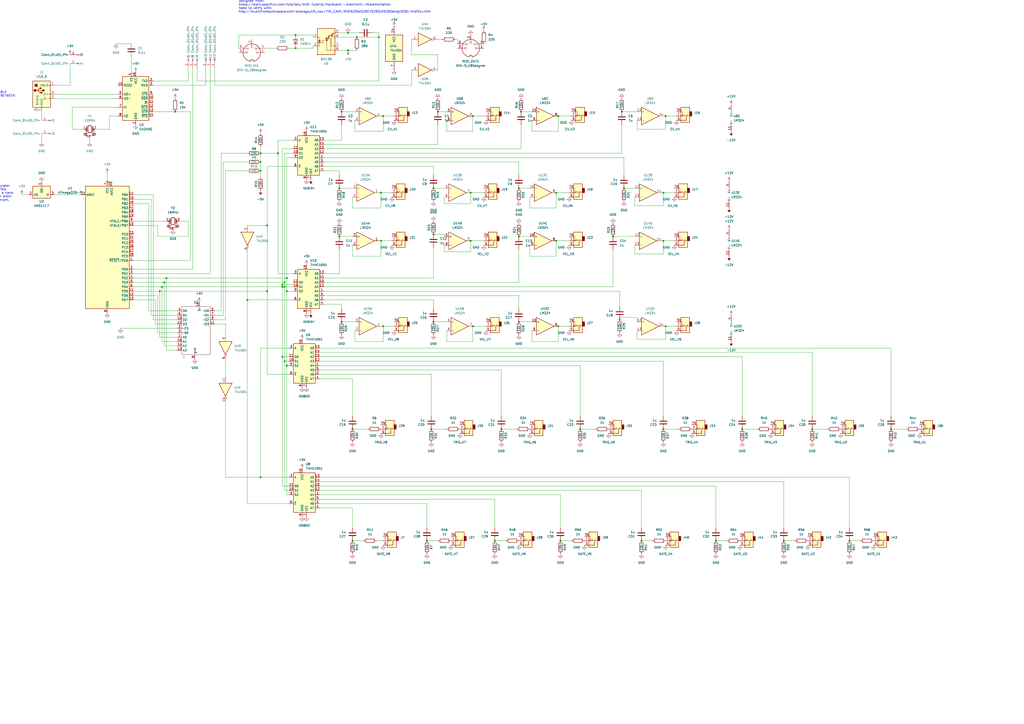
<source format=kicad_sch>
(kicad_sch (version 20230121) (generator eeschema)
  (paper "A2")
  (junction (at 196.85 109.22))
  (junction (at 161.29 88.9))
  (junction (at 302.26 64.77))
  (junction (at 165.1 163.83))
  (junction (at 171.45 20.32))
  (junction (at 166.37 212.09))
  (junction (at 359.41 185.42))
  (junction (at 287.02 313.69))
  (junction (at 274.32 189.23))
  (junction (at 204.47 313.69))
  (junction (at 273.05 139.7))
  (junction (at 336.55 248.92))
  (junction (at 323.85 67.31))
  (junction (at 220.98 111.76))
  (junction (at 386.08 189.23))
  (junction (at 96.52 161.29))
  (junction (at 171.45 27.94))
  (junction (at 251.46 135.89))
  (junction (at 250.19 248.92))
  (junction (at 322.58 139.7))
  (junction (at 274.32 67.31))
  (junction (at 201.93 29.21))
  (junction (at 204.47 248.92))
  (junction (at 251.46 109.22))
  (junction (at 151.13 276.86))
  (junction (at 165.1 166.37))
  (junction (at 222.25 189.23))
  (junction (at 207.01 21.59))
  (junction (at 163.83 165.1))
  (junction (at 151.13 88.9))
  (junction (at 222.25 67.31))
  (junction (at 355.6 137.16))
  (junction (at 251.46 186.69))
  (junction (at 454.66 313.69))
  (junction (at 300.99 137.16))
  (junction (at 254 64.77))
  (junction (at 372.11 313.69))
  (junction (at 220.98 139.7))
  (junction (at 322.58 111.76))
  (junction (at 384.81 248.92))
  (junction (at 516.89 248.92))
  (junction (at 300.99 186.69))
  (junction (at 201.93 19.05))
  (junction (at 101.6 64.77))
  (junction (at 273.05 111.76))
  (junction (at 198.12 64.77))
  (junction (at 166.37 168.91))
  (junction (at 219.71 21.59))
  (junction (at 165.1 209.55))
  (junction (at 247.65 313.69))
  (junction (at 300.99 109.22))
  (junction (at 384.81 139.7))
  (junction (at 143.51 173.99))
  (junction (at 166.37 161.29))
  (junction (at 163.83 166.37))
  (junction (at 92.71 168.91))
  (junction (at 95.25 163.83))
  (junction (at 154.94 130.81))
  (junction (at 492.76 313.69))
  (junction (at 154.94 168.91))
  (junction (at 93.98 166.37))
  (junction (at 325.12 313.69))
  (junction (at 386.08 67.31))
  (junction (at 471.17 248.92))
  (junction (at 62.23 105.41))
  (junction (at 198.12 186.69))
  (junction (at 151.13 93.98))
  (junction (at 323.85 189.23))
  (junction (at 415.29 313.69))
  (junction (at 430.53 248.92))
  (junction (at 384.81 111.76))
  (junction (at 361.95 109.22))
  (junction (at 290.83 248.92))
  (junction (at 151.13 99.06))
  (junction (at 196.85 137.16))
  (junction (at 360.68 64.77))
  (junction (at 163.83 207.01))
  (wire (pts (xy 163.83 281.94) (xy 167.64 281.94)))
  (wire (pts (xy 181.61 27.94) (xy 181.61 26.67)))
  (wire (pts (xy 129.54 182.88) (xy 124.46 182.88)))
  (wire (pts (xy 187.96 173.99) (xy 251.46 173.99)))
  (wire (pts (xy 372.11 313.69) (xy 378.46 313.69)))
  (wire (pts (xy 77.47 118.11) (xy 86.36 118.11)))
  (wire (pts (xy 170.18 81.28) (xy 161.29 81.28)))
  (wire (pts (xy 274.32 198.12) (xy 274.32 189.23)))
  (wire (pts (xy 251.46 161.29) (xy 251.46 143.51)))
  (wire (pts (xy 384.81 111.76) (xy 391.16 111.76)))
  (wire (pts (xy 215.9 19.05) (xy 219.71 19.05)))
  (wire (pts (xy 247.65 292.1) (xy 247.65 306.07)))
  (wire (pts (xy 254 83.82) (xy 254 72.39)))
  (wire (pts (xy 204.47 120.65) (xy 220.98 120.65)))
  (wire (pts (xy 88.9 113.03) (xy 88.9 185.42)))
  (wire (pts (xy 369.57 184.15) (xy 359.41 184.15)))
  (wire (pts (xy 77.47 163.83) (xy 95.25 163.83)))
  (wire (pts (xy 88.9 49.53) (xy 119.38 49.53)))
  (wire (pts (xy 384.81 119.38) (xy 384.81 111.76)))
  (wire (pts (xy 151.13 276.86) (xy 167.64 276.86)))
  (wire (pts (xy 384.81 189.23) (xy 386.08 189.23)))
  (wire (pts (xy 40.64 36.83) (xy 40.64 49.53)))
  (wire (pts (xy 251.46 96.52) (xy 251.46 101.6)))
  (wire (pts (xy 187.96 83.82) (xy 254 83.82)))
  (wire (pts (xy 238.76 31.75) (xy 238.76 22.86)))
  (wire (pts (xy 91.44 193.04) (xy 102.87 193.04)))
  (wire (pts (xy 308.61 198.12) (xy 323.85 198.12)))
  (wire (pts (xy 187.96 93.98) (xy 300.99 93.98)))
  (wire (pts (xy 369.57 191.77) (xy 369.57 196.85)))
  (wire (pts (xy 166.37 287.02) (xy 167.64 287.02)))
  (wire (pts (xy 274.32 76.2) (xy 274.32 67.31)))
  (wire (pts (xy 205.74 191.77) (xy 205.74 198.12)))
  (wire (pts (xy 325.12 287.02) (xy 325.12 306.07)))
  (wire (pts (xy 63.5 67.31) (xy 63.5 74.93)))
  (wire (pts (xy 111.76 156.21) (xy 77.47 156.21)))
  (wire (pts (xy 430.53 248.92) (xy 439.42 248.92)))
  (wire (pts (xy 62.23 105.41) (xy 64.77 105.41)))
  (wire (pts (xy 187.96 91.44) (xy 361.95 91.44)))
  (wire (pts (xy 151.13 99.06) (xy 151.13 102.87)))
  (wire (pts (xy 300.99 186.69) (xy 308.61 186.69)))
  (wire (pts (xy 109.22 137.16) (xy 91.44 137.16)))
  (wire (pts (xy 119.38 49.53) (xy 119.38 39.37)))
  (wire (pts (xy 516.89 248.92) (xy 525.78 248.92)))
  (wire (pts (xy 336.55 212.09) (xy 336.55 241.3)))
  (wire (pts (xy 287.02 313.69) (xy 293.37 313.69)))
  (wire (pts (xy 222.25 67.31) (xy 228.6 67.31)))
  (wire (pts (xy 430.53 207.01) (xy 430.53 241.3)))
  (wire (pts (xy 187.96 96.52) (xy 251.46 96.52)))
  (wire (pts (xy 170.18 91.44) (xy 166.37 91.44)))
  (wire (pts (xy 187.96 158.75) (xy 196.85 158.75)))
  (wire (pts (xy 368.3 114.3) (xy 368.3 119.38)))
  (wire (pts (xy 161.29 81.28) (xy 161.29 88.9)))
  (wire (pts (xy 101.6 64.77) (xy 110.49 64.77)))
  (wire (pts (xy 204.47 219.71) (xy 185.42 219.71)))
  (wire (pts (xy 204.47 313.69) (xy 210.82 313.69)))
  (wire (pts (xy 372.11 284.48) (xy 372.11 306.07)))
  (wire (pts (xy 308.61 69.85) (xy 308.61 76.2)))
  (wire (pts (xy 492.76 276.86) (xy 492.76 306.07)))
  (wire (pts (xy 24.13 77.47) (xy 24.13 82.55)))
  (wire (pts (xy 86.36 180.34) (xy 102.87 180.34)))
  (wire (pts (xy 207.01 21.59) (xy 219.71 21.59)))
  (wire (pts (xy 220.98 120.65) (xy 220.98 111.76)))
  (wire (pts (xy 273.05 146.05) (xy 273.05 139.7)))
  (wire (pts (xy 77.47 173.99) (xy 90.17 173.99)))
  (wire (pts (xy 31.75 54.61) (xy 68.58 54.61)))
  (wire (pts (xy 92.71 168.91) (xy 154.94 168.91)))
  (wire (pts (xy 62.23 100.33) (xy 62.23 105.41)))
  (wire (pts (xy 415.29 313.69) (xy 421.64 313.69)))
  (wire (pts (xy 251.46 173.99) (xy 251.46 179.07)))
  (wire (pts (xy 218.44 313.69) (xy 222.25 313.69)))
  (wire (pts (xy 90.17 187.96) (xy 90.17 173.99)))
  (wire (pts (xy 87.63 182.88) (xy 102.87 182.88)))
  (wire (pts (xy 251.46 186.69) (xy 259.08 186.69)))
  (wire (pts (xy 204.47 248.92) (xy 213.36 248.92)))
  (wire (pts (xy 196.85 158.75) (xy 196.85 144.78)))
  (wire (pts (xy 386.08 67.31) (xy 392.43 67.31)))
  (wire (pts (xy 359.41 184.15) (xy 359.41 185.42)))
  (wire (pts (xy 220.98 139.7) (xy 227.33 139.7)))
  (wire (pts (xy 130.81 276.86) (xy 151.13 276.86)))
  (wire (pts (xy 88.9 185.42) (xy 102.87 185.42)))
  (wire (pts (xy 128.27 180.34) (xy 128.27 88.9)))
  (wire (pts (xy 322.58 111.76) (xy 322.58 120.65)))
  (wire (pts (xy 87.63 115.57) (xy 87.63 182.88)))
  (wire (pts (xy 185.42 287.02) (xy 325.12 287.02)))
  (wire (pts (xy 166.37 161.29) (xy 166.37 168.91)))
  (wire (pts (xy 77.47 115.57) (xy 87.63 115.57)))
  (wire (pts (xy 67.31 25.4) (xy 76.2 25.4)))
  (wire (pts (xy 31.75 113.03) (xy 46.99 113.03)))
  (wire (pts (xy 204.47 148.59) (xy 220.98 148.59)))
  (wire (pts (xy 273.05 139.7) (xy 280.67 139.7)))
  (wire (pts (xy 273.05 118.11) (xy 273.05 111.76)))
  (wire (pts (xy 273.05 111.76) (xy 280.67 111.76)))
  (wire (pts (xy 166.37 168.91) (xy 166.37 212.09)))
  (wire (pts (xy 386.08 196.85) (xy 386.08 189.23)))
  (wire (pts (xy 110.49 151.13) (xy 77.47 151.13)))
  (wire (pts (xy 166.37 168.91) (xy 170.18 168.91)))
  (wire (pts (xy 238.76 49.53) (xy 238.76 40.64)))
  (wire (pts (xy 91.44 137.16) (xy 91.44 130.81)))
  (wire (pts (xy 369.57 69.85) (xy 369.57 74.93)))
  (wire (pts (xy 204.47 294.64) (xy 204.47 306.07)))
  (wire (pts (xy 187.96 166.37) (xy 355.6 166.37)))
  (wire (pts (xy 384.81 67.31) (xy 386.08 67.31)))
  (wire (pts (xy 153.67 27.94) (xy 160.02 27.94)))
  (wire (pts (xy 308.61 191.77) (xy 308.61 198.12)))
  (wire (pts (xy 355.6 166.37) (xy 355.6 144.78)))
  (wire (pts (xy 300.99 163.83) (xy 300.99 144.78)))
  (wire (pts (xy 185.42 292.1) (xy 247.65 292.1)))
  (wire (pts (xy 95.25 200.66) (xy 102.87 200.66)))
  (wire (pts (xy 163.83 165.1) (xy 163.83 166.37)))
  (wire (pts (xy 302.26 64.77) (xy 308.61 64.77)))
  (wire (pts (xy 93.98 166.37) (xy 93.98 198.12)))
  (wire (pts (xy 257.81 146.05) (xy 273.05 146.05)))
  (wire (pts (xy 114.3 39.37) (xy 114.3 46.99)))
  (wire (pts (xy 130.81 99.06) (xy 143.51 99.06)))
  (wire (pts (xy 201.93 19.05) (xy 208.28 19.05)))
  (wire (pts (xy 355.6 137.16) (xy 368.3 137.16)))
  (wire (pts (xy 247.65 313.69) (xy 254 313.69)))
  (wire (pts (xy 384.81 147.32) (xy 384.81 139.7)))
  (wire (pts (xy 384.81 139.7) (xy 391.16 139.7)))
  (wire (pts (xy 198.12 64.77) (xy 205.74 64.77)))
  (wire (pts (xy 154.94 96.52) (xy 154.94 130.81)))
  (wire (pts (xy 185.42 214.63) (xy 290.83 214.63)))
  (wire (pts (xy 259.08 69.85) (xy 259.08 76.2)))
  (wire (pts (xy 219.71 139.7) (xy 220.98 139.7)))
  (wire (pts (xy 161.29 88.9) (xy 161.29 158.75)))
  (wire (pts (xy 415.29 281.94) (xy 415.29 306.07)))
  (wire (pts (xy 52.07 80.01) (xy 52.07 82.55)))
  (wire (pts (xy 187.96 161.29) (xy 251.46 161.29)))
  (wire (pts (xy 254 40.64) (xy 254 31.75)))
  (wire (pts (xy 171.45 20.32) (xy 138.43 20.32)))
  (wire (pts (xy 128.27 88.9) (xy 143.51 88.9)))
  (wire (pts (xy 77.47 171.45) (xy 91.44 171.45)))
  (wire (pts (xy 185.42 284.48) (xy 372.11 284.48)))
  (wire (pts (xy 204.47 241.3) (xy 204.47 219.71)))
  (wire (pts (xy 63.5 74.93) (xy 55.88 74.93)))
  (wire (pts (xy 161.29 158.75) (xy 170.18 158.75)))
  (wire (pts (xy 323.85 189.23) (xy 323.85 198.12)))
  (wire (pts (xy 124.46 180.34) (xy 128.27 180.34)))
  (wire (pts (xy 361.95 91.44) (xy 361.95 101.6)))
  (wire (pts (xy 222.25 198.12) (xy 222.25 189.23)))
  (wire (pts (xy 257.81 142.24) (xy 257.81 146.05)))
  (wire (pts (xy 166.37 212.09) (xy 167.64 212.09)))
  (wire (pts (xy 254 31.75) (xy 238.76 31.75)))
  (wire (pts (xy 250.19 248.92) (xy 259.08 248.92)))
  (wire (pts (xy 187.96 81.28) (xy 198.12 81.28)))
  (wire (pts (xy 322.58 139.7) (xy 322.58 148.59)))
  (wire (pts (xy 254 64.77) (xy 259.08 64.77)))
  (wire (pts (xy 187.96 99.06) (xy 196.85 99.06)))
  (wire (pts (xy 336.55 248.92) (xy 345.44 248.92)))
  (wire (pts (xy 143.51 173.99) (xy 143.51 292.1)))
  (wire (pts (xy 165.1 88.9) (xy 165.1 163.83)))
  (wire (pts (xy 220.98 189.23) (xy 222.25 189.23)))
  (wire (pts (xy 454.66 313.69) (xy 461.01 313.69)))
  (wire (pts (xy 130.81 187.96) (xy 124.46 187.96)))
  (wire (pts (xy 77.47 161.29) (xy 96.52 161.29)))
  (wire (pts (xy 219.71 21.59) (xy 219.71 19.05)))
  (wire (pts (xy 265.43 22.86) (xy 265.43 25.4)))
  (wire (pts (xy 196.85 21.59) (xy 207.01 21.59)))
  (wire (pts (xy 96.52 161.29) (xy 166.37 161.29)))
  (wire (pts (xy 196.85 109.22) (xy 204.47 109.22)))
  (wire (pts (xy 93.98 198.12) (xy 102.87 198.12)))
  (wire (pts (xy 181.61 20.32) (xy 171.45 20.32)))
  (wire (pts (xy 109.22 39.37) (xy 109.22 46.99)))
  (wire (pts (xy 88.9 64.77) (xy 101.6 64.77)))
  (wire (pts (xy 307.34 142.24) (xy 307.34 148.59)))
  (wire (pts (xy 92.71 195.58) (xy 102.87 195.58)))
  (wire (pts (xy 91.44 171.45) (xy 91.44 193.04)))
  (wire (pts (xy 325.12 313.69) (xy 331.47 313.69)))
  (wire (pts (xy 130.81 185.42) (xy 130.81 99.06)))
  (wire (pts (xy 307.34 120.65) (xy 322.58 120.65)))
  (wire (pts (xy 187.96 88.9) (xy 360.68 88.9)))
  (wire (pts (xy 96.52 161.29) (xy 96.52 203.2)))
  (wire (pts (xy 102.87 187.96) (xy 90.17 187.96)))
  (wire (pts (xy 300.99 93.98) (xy 300.99 101.6)))
  (wire (pts (xy 368.3 147.32) (xy 384.81 147.32)))
  (wire (pts (xy 185.42 217.17) (xy 250.19 217.17)))
  (wire (pts (xy 138.43 20.32) (xy 138.43 27.94)))
  (wire (pts (xy 185.42 204.47) (xy 471.17 204.47)))
  (wire (pts (xy 386.08 189.23) (xy 392.43 189.23)))
  (wire (pts (xy 151.13 88.9) (xy 151.13 93.98)))
  (wire (pts (xy 205.74 198.12) (xy 222.25 198.12)))
  (wire (pts (xy 124.46 185.42) (xy 130.81 185.42)))
  (wire (pts (xy 88.9 46.99) (xy 109.22 46.99)))
  (wire (pts (xy 96.52 203.2) (xy 102.87 203.2)))
  (wire (pts (xy 307.34 114.3) (xy 307.34 120.65)))
  (wire (pts (xy 185.42 289.56) (xy 287.02 289.56)))
  (wire (pts (xy 40.64 49.53) (xy 31.75 49.53)))
  (wire (pts (xy 322.58 111.76) (xy 330.2 111.76)))
  (wire (pts (xy 170.18 88.9) (xy 165.1 88.9)))
  (wire (pts (xy 130.81 187.96) (xy 130.81 194.31)))
  (wire (pts (xy 187.96 163.83) (xy 300.99 163.83)))
  (wire (pts (xy 368.3 119.38) (xy 384.81 119.38)))
  (wire (pts (xy 222.25 76.2) (xy 222.25 67.31)))
  (wire (pts (xy 259.08 198.12) (xy 274.32 198.12)))
  (wire (pts (xy 167.64 217.17) (xy 154.94 217.17)))
  (wire (pts (xy 257.81 135.89) (xy 257.81 137.16)))
  (wire (pts (xy 129.54 93.98) (xy 129.54 182.88)))
  (wire (pts (xy 93.98 166.37) (xy 163.83 166.37)))
  (wire (pts (xy 114.3 46.99) (xy 219.71 46.99)))
  (wire (pts (xy 154.94 168.91) (xy 154.94 217.17)))
  (wire (pts (xy 185.42 201.93) (xy 516.89 201.93)))
  (wire (pts (xy 161.29 88.9) (xy 151.13 88.9)))
  (wire (pts (xy 302.26 86.36) (xy 302.26 72.39)))
  (wire (pts (xy 163.83 86.36) (xy 163.83 165.1)))
  (wire (pts (xy 77.47 166.37) (xy 93.98 166.37)))
  (wire (pts (xy 300.99 137.16) (xy 307.34 137.16)))
  (wire (pts (xy 24.13 64.77) (xy 24.13 69.85)))
  (wire (pts (xy 198.12 81.28) (xy 198.12 72.39)))
  (wire (pts (xy 187.96 176.53) (xy 198.12 176.53)))
  (wire (pts (xy 121.92 39.37) (xy 121.92 158.75)))
  (wire (pts (xy 290.83 214.63) (xy 290.83 241.3)))
  (wire (pts (xy 360.68 88.9) (xy 360.68 72.39)))
  (wire (pts (xy 300.99 171.45) (xy 300.99 179.07)))
  (wire (pts (xy 163.83 166.37) (xy 163.83 207.01)))
  (wire (pts (xy 384.81 209.55) (xy 384.81 241.3)))
  (wire (pts (xy 165.1 209.55) (xy 165.1 284.48)))
  (wire (pts (xy 264.16 22.86) (xy 265.43 22.86)))
  (wire (pts (xy 300.99 109.22) (xy 307.34 109.22)))
  (wire (pts (xy 166.37 212.09) (xy 166.37 287.02)))
  (wire (pts (xy 187.96 86.36) (xy 302.26 86.36)))
  (wire (pts (xy 165.1 163.83) (xy 165.1 166.37)))
  (wire (pts (xy 220.98 111.76) (xy 227.33 111.76)))
  (wire (pts (xy 205.74 76.2) (xy 222.25 76.2)))
  (wire (pts (xy 170.18 163.83) (xy 170.18 165.1)))
  (wire (pts (xy 185.42 207.01) (xy 430.53 207.01)))
  (wire (pts (xy 124.46 39.37) (xy 124.46 49.53)))
  (wire (pts (xy 220.98 148.59) (xy 220.98 139.7)))
  (wire (pts (xy 143.51 173.99) (xy 170.18 173.99)))
  (wire (pts (xy 251.46 109.22) (xy 257.81 109.22)))
  (wire (pts (xy 204.47 114.3) (xy 204.47 120.65)))
  (wire (pts (xy 170.18 86.36) (xy 163.83 86.36)))
  (wire (pts (xy 187.96 168.91) (xy 359.41 168.91)))
  (wire (pts (xy 77.47 158.75) (xy 121.92 158.75)))
  (wire (pts (xy 92.71 168.91) (xy 92.71 195.58)))
  (wire (pts (xy 323.85 67.31) (xy 323.85 76.2)))
  (wire (pts (xy 181.61 21.59) (xy 181.61 20.32)))
  (wire (pts (xy 323.85 67.31) (xy 331.47 67.31)))
  (wire (pts (xy 185.42 279.4) (xy 454.66 279.4)))
  (wire (pts (xy 104.14 128.27) (xy 109.22 128.27)))
  (wire (pts (xy 492.76 313.69) (xy 499.11 313.69)))
  (wire (pts (xy 516.89 201.93) (xy 516.89 241.3)))
  (wire (pts (xy 143.51 146.05) (xy 143.51 173.99)))
  (wire (pts (xy 222.25 189.23) (xy 228.6 189.23)))
  (wire (pts (xy 471.17 248.92) (xy 480.06 248.92)))
  (wire (pts (xy 151.13 85.09) (xy 151.13 88.9)))
  (wire (pts (xy 167.64 201.93) (xy 151.13 201.93)))
  (wire (pts (xy 368.3 142.24) (xy 368.3 147.32)))
  (wire (pts (xy 369.57 186.69) (xy 369.57 184.15)))
  (wire (pts (xy 383.54 111.76) (xy 384.81 111.76)))
  (wire (pts (xy 31.75 57.15) (xy 68.58 57.15)))
  (wire (pts (xy 259.08 191.77) (xy 259.08 198.12)))
  (wire (pts (xy 69.85 190.5) (xy 102.87 190.5)))
  (wire (pts (xy 95.25 163.83) (xy 165.1 163.83)))
  (wire (pts (xy 198.12 176.53) (xy 198.12 179.07)))
  (wire (pts (xy 383.54 139.7) (xy 384.81 139.7)))
  (wire (pts (xy 68.58 62.23) (xy 41.91 62.23)))
  (wire (pts (xy 41.91 74.93) (xy 48.26 74.93)))
  (wire (pts (xy 154.94 96.52) (xy 170.18 96.52)))
  (wire (pts (xy 198.12 186.69) (xy 205.74 186.69)))
  (wire (pts (xy 185.42 294.64) (xy 204.47 294.64)))
  (wire (pts (xy 166.37 91.44) (xy 166.37 161.29)))
  (wire (pts (xy 163.83 165.1) (xy 170.18 165.1)))
  (wire (pts (xy 201.93 29.21) (xy 207.01 29.21)))
  (wire (pts (xy 307.34 148.59) (xy 322.58 148.59)))
  (wire (pts (xy 124.46 49.53) (xy 238.76 49.53)))
  (wire (pts (xy 110.49 64.77) (xy 110.49 151.13)))
  (wire (pts (xy 91.44 130.81) (xy 77.47 130.81)))
  (wire (pts (xy 86.36 118.11) (xy 86.36 180.34)))
  (wire (pts (xy 163.83 207.01) (xy 167.64 207.01)))
  (wire (pts (xy 143.51 93.98) (xy 129.54 93.98)))
  (wire (pts (xy 12.7 113.03) (xy 16.51 113.03)))
  (wire (pts (xy 287.02 289.56) (xy 287.02 306.07)))
  (wire (pts (xy 41.91 62.23) (xy 41.91 74.93)))
  (wire (pts (xy 196.85 137.16) (xy 204.47 137.16)))
  (wire (pts (xy 77.47 128.27) (xy 96.52 128.27)))
  (wire (pts (xy 454.66 279.4) (xy 454.66 306.07)))
  (wire (pts (xy 130.81 233.68) (xy 130.81 276.86)))
  (wire (pts (xy 308.61 76.2) (xy 323.85 76.2)))
  (wire (pts (xy 369.57 196.85) (xy 386.08 196.85)))
  (wire (pts (xy 359.41 168.91) (xy 359.41 177.8)))
  (wire (pts (xy 187.96 171.45) (xy 300.99 171.45)))
  (wire (pts (xy 196.85 19.05) (xy 201.93 19.05)))
  (wire (pts (xy 196.85 29.21) (xy 201.93 29.21)))
  (wire (pts (xy 360.68 64.77) (xy 369.57 64.77)))
  (wire (pts (xy 165.1 209.55) (xy 167.64 209.55)))
  (wire (pts (xy 143.51 292.1) (xy 167.64 292.1)))
  (wire (pts (xy 322.58 139.7) (xy 330.2 139.7)))
  (wire (pts (xy 274.32 67.31) (xy 281.94 67.31)))
  (wire (pts (xy 257.81 118.11) (xy 273.05 118.11)))
  (wire (pts (xy 219.71 111.76) (xy 220.98 111.76)))
  (wire (pts (xy 68.58 67.31) (xy 63.5 67.31)))
  (wire (pts (xy 151.13 201.93) (xy 151.13 276.86)))
  (wire (pts (xy 165.1 166.37) (xy 170.18 166.37)))
  (wire (pts (xy 151.13 93.98) (xy 151.13 99.06)))
  (wire (pts (xy 165.1 284.48) (xy 167.64 284.48)))
  (wire (pts (xy 171.45 27.94) (xy 181.61 27.94)))
  (wire (pts (xy 185.42 209.55) (xy 384.81 209.55)))
  (wire (pts (xy 205.74 69.85) (xy 205.74 76.2)))
  (wire (pts (xy 76.2 33.02) (xy 76.2 41.91)))
  (wire (pts (xy 384.81 248.92) (xy 393.7 248.92)))
  (wire (pts (xy 143.51 130.81) (xy 154.94 130.81)))
  (wire (pts (xy 251.46 135.89) (xy 257.81 135.89)))
  (wire (pts (xy 290.83 248.92) (xy 299.72 248.92)))
  (wire (pts (xy 361.95 109.22) (xy 368.3 109.22)))
  (wire (pts (xy 250.19 217.17) (xy 250.19 241.3)))
  (wire (pts (xy 185.42 276.86) (xy 492.76 276.86)))
  (wire (pts (xy 204.47 142.24) (xy 204.47 148.59)))
  (wire (pts (xy 130.81 209.55) (xy 130.81 218.44)))
  (wire (pts (xy 369.57 74.93) (xy 386.08 74.93)))
  (wire (pts (xy 109.22 128.27) (xy 109.22 137.16)))
  (wire (pts (xy 95.25 163.83) (xy 95.25 200.66)))
  (wire (pts (xy 274.32 189.23) (xy 281.94 189.23)))
  (wire (pts (xy 163.83 207.01) (xy 163.83 281.94)))
  (wire (pts (xy 196.85 99.06) (xy 196.85 101.6)))
  (wire (pts (xy 77.47 168.91) (xy 92.71 168.91)))
  (wire (pts (xy 77.47 113.03) (xy 88.9 113.03)))
  (wire (pts (xy 259.08 76.2) (xy 274.32 76.2)))
  (wire (pts (xy 323.85 189.23) (xy 330.2 189.23)))
  (wire (pts (xy 220.98 67.31) (xy 222.25 67.31)))
  (wire (pts (xy 185.42 281.94) (xy 415.29 281.94)))
  (wire (pts (xy 219.71 46.99) (xy 219.71 21.59)))
  (wire (pts (xy 165.1 166.37) (xy 165.1 209.55)))
  (wire (pts (xy 185.42 212.09) (xy 336.55 212.09)))
  (wire (pts (xy 257.81 114.3) (xy 257.81 118.11)))
  (wire (pts (xy 167.64 27.94) (xy 171.45 27.94)))
  (wire (pts (xy 154.94 130.81) (xy 154.94 168.91)))
  (wire (pts (xy 386.08 74.93) (xy 386.08 67.31)))
  (wire (pts (xy 111.76 39.37) (xy 111.76 156.21)))
  (wire (pts (xy 254 22.86) (xy 256.54 22.86)))
  (wire (pts (xy 471.17 204.47) (xy 471.17 241.3)))
  (text "NOTE: Idk what this does. \nI think its the voltage regulator \nso the arduino dont get fried. \nI read about AREF and on a nano \nits not connected, plus we arent \nusing the ADC so its irrelevant. " (at -25.4 116.84 0) (effects (font (size 1.27 1.27)) (justify left bottom)))
  (text "USB PROGRAMMING INTERFACE\nThe +5v and GND are disconnectable\nso that the USB port can act as a \nMIDI interface.\nSTILL NEED TO DECIDE IF ITS ACCEPTABLE\nTO MAKE THE SWITCHING COMPONENT BETWEEN\nUSB AND MIDI.\n" (at -36.83 58.42 0) (effects (font (size 1.27 1.27)) (justify left bottom)))
  (text "This is the MIDI-CV OPTOCOUPLED INPUT.\nDesigned from:\nhttps://learn.sparkfun.com/tutorials/midi-tutorial/hardware--electronic-implementation\nNeed to verify with:\nhttp://musicfromouterspace.com/analogsynth_new/THE_CAVE/MIDI%20to%20CV%20Old%20Design%20I/midi2cv.htm" (at 138.43 7.62 0) (effects (font (size 1.27 1.27)) (justify left bottom)))
  (symbol (lib_id "Device:R") (at 516.89 252.73 0) (unit 1)
    (property "Reference" "R43" (at 519.43 252.73 90))
    (property "Value" "10k" (at 516.89 252.73 90))
    (property "Footprint" "Resistor_SMD:R_1206_3216Metric" (effects hide))
  )
  (symbol (lib_id "Connector_Audio:AudioJack2_SwitchT") (at 233.68 67.31 180) (unit 1)
    (property "Reference" "J13" (at 238.76 65.405 0) (effects (justify right)))
    (property "Value" "CV_V1" (at 224.79 74.93 0) (effects (justify right)))
    (property "Footprint" "AudioJacks:Jack_3.5mm_QingPu_WQP-PJ398SM_Vertical" (effects hide))
  )
  (symbol (lib_id "power:GND") (at 273.05 20.32 180) (unit 1)
    (property "Reference" "#PWR017" (effects hide))
    (property "Value" "GND" (at 273.05 15.24 0))
  )
  (symbol (lib_id "Device:Resonator") (at 100.33 128.27 0) (unit 1)
    (property "Reference" "Y2" (at 100.33 120.65 0))
    (property "Value" "16MHz" (at 100.33 123.19 0))
    (property "Footprint" "Oscillator:Oscillator_SMD_EuroQuartz_XO32-4Pin_3.2x2.5mm" (effects hide))
  )
  (symbol (lib_id "power:+5V") (at 40.64 31.75 0) (unit 1)
    (property "Reference" "#PWR09" (effects hide))
    (property "Value" "+5V" (at 40.64 26.67 0))
  )
  (symbol (lib_id "Device:R") (at 415.29 317.5 0) (unit 1)
    (property "Reference" "R53" (at 417.83 317.5 90))
    (property "Value" "10k" (at 415.29 317.5 90))
    (property "Footprint" "Resistor_SMD:R_1206_3216Metric" (effects hide))
  )
  (symbol (lib_id "74xx:74HC4051") (at 177.8 88.9 0) (unit 1)
    (property "Reference" "U11" (at 179.7559 73.66 0) (effects (justify left)))
    (property "Value" "74HC4051" (at 179.7559 76.2 0) (effects (justify left)))
    (property "Footprint" "Package_DIP:DIP-16_W10.16mm" (effects hide))
    (property "Datasheet" "http://www.ti.com/lit/ds/symlink/cd74hc4051.pdf" (effects hide))
  )
  (symbol (lib_id "power:GND") (at 201.93 19.05 180) (unit 1)
    (property "Reference" "#PWR013" (effects hide))
    (property "Value" "GND" (at 201.93 13.97 0))
  )
  (symbol (lib_id "Connector_Audio:AudioJack2_SwitchT") (at 335.28 139.7 180) (unit 1)
    (property "Reference" "J23" (at 340.36 137.795 0) (effects (justify right)))
    (property "Value" "VEL_V3" (at 326.39 147.32 0) (effects (justify right)))
    (property "Footprint" "AudioJacks:Jack_3.5mm_QingPu_WQP-PJ398SM_Vertical" (effects hide))
  )
  (symbol (lib_id "power:GND") (at 251.46 128.27 180) (unit 1)
    (property "Reference" "#PWR070" (effects hide))
    (property "Value" "GND" (at 251.46 123.19 0))
  )
  (symbol (lib_id "Amplifier_Operational:LM324") (at 212.09 111.76 0) (unit 1)
    (property "Reference" "U13" (at 212.09 101.6 0))
    (property "Value" "LM324" (at 212.09 104.14 0))
    (property "Footprint" "Package_DIP:DIP-14_W10.16mm" (effects hide))
    (property "Datasheet" "http://www.ti.com/lit/ds/symlink/lm2902-n.pdf" (effects hide))
  )
  (symbol (lib_id "Amplifier_Operational:LM324") (at 212.09 139.7 0) (unit 1)
    (property "Reference" "U14" (at 212.09 129.54 0))
    (property "Value" "LM324" (at 212.09 132.08 0))
    (property "Footprint" "Package_DIP:DIP-14_W10.16mm" (effects hide))
    (property "Datasheet" "http://www.ti.com/lit/ds/symlink/lm2902-n.pdf" (effects hide))
  )
  (symbol (lib_id "Connector_Audio:AudioJack2_SwitchT") (at 406.4 248.92 180) (unit 1)
    (property "Reference" "J33" (at 411.48 247.015 0) (effects (justify right)))
    (property "Value" "TRIG_V4" (at 397.51 256.54 0) (effects (justify right)))
    (property "Footprint" "AudioJacks:Jack_3.5mm_QingPu_WQP-PJ398SM_Vertical" (effects hide))
  )
  (symbol (lib_id "power:+5V") (at 175.26 196.85 0) (unit 1)
    (property "Reference" "#PWR025" (effects hide))
    (property "Value" "+5V" (at 175.26 191.77 0))
  )
  (symbol (lib_id "power:GND") (at 386.08 316.23 0) (unit 1)
    (property "Reference" "#PWR099" (effects hide))
    (property "Value" "GND" (at 383.54 317.5001 0) (effects (justify right)))
  )
  (symbol (lib_id "Device:R") (at 382.27 313.69 90) (unit 1)
    (property "Reference" "R52" (at 382.27 307.34 90))
    (property "Value" "1k" (at 382.27 309.88 90))
    (property "Footprint" "Resistor_SMD:R_1206_3216Metric" (effects hide))
  )
  (symbol (lib_id "power:GND") (at 454.66 321.31 0) (unit 1)
    (property "Reference" "#PWR0102" (effects hide))
    (property "Value" "GND" (at 454.66 326.39 0))
  )
  (symbol (lib_id "power:GND") (at 533.4 251.46 0) (unit 1)
    (property "Reference" "#PWR091" (effects hide))
    (property "Value" "GND" (at 530.86 252.7301 0) (effects (justify right)))
  )
  (symbol (lib_id "74xx:74LS04") (at 246.38 40.64 0) (unit 2)
    (property "Reference" "U4" (at 246.38 45.72 0))
    (property "Value" "74LS04" (at 246.38 48.26 0))
    (property "Footprint" "Package_DIP:DIP-14_W10.16mm" (effects hide))
    (property "Datasheet" "http://www.ti.com/lit/gpn/sn74LS04" (effects hide))
  )
  (symbol (lib_id "Device:C") (at 300.99 105.41 180) (unit 1)
    (property "Reference" "C9" (at 297.18 106.68 0) (effects (justify left)))
    (property "Value" "1u" (at 297.18 104.14 0) (effects (justify left)))
    (property "Footprint" "Capacitor_SMD:C_1206_3216Metric" (effects hide))
  )
  (symbol (lib_id "Device:R") (at 300.99 133.35 180) (unit 1)
    (property "Reference" "R24" (at 298.45 133.35 90))
    (property "Value" "10k" (at 300.99 133.35 90))
    (property "Footprint" "Resistor_SMD:R_1206_3216Metric" (effects hide))
  )
  (symbol (lib_id "74xx:74LS04") (at 246.38 22.86 0) (unit 1)
    (property "Reference" "U4" (at 246.38 13.97 0))
    (property "Value" "74LS04" (at 246.38 16.51 0))
    (property "Footprint" "Package_DIP:DIP-14_W10.16mm" (effects hide))
    (property "Datasheet" "http://www.ti.com/lit/gpn/sn74LS04" (effects hide))
  )
  (symbol (lib_id "Device:C") (at 76.2 29.21 0) (unit 1)
    (property "Reference" "C1" (at 80.01 27.94 0) (effects (justify left)))
    (property "Value" "0.1u" (at 80.01 30.48 0) (effects (justify left)))
    (property "Footprint" "Capacitor_SMD:C_1206_3216Metric" (effects hide))
  )
  (symbol (lib_id "Device:R") (at 204.47 317.5 0) (unit 1)
    (property "Reference" "R45" (at 207.01 317.5 90))
    (property "Value" "10k" (at 204.47 317.5 90))
    (property "Footprint" "Resistor_SMD:R_1206_3216Metric" (effects hide))
  )
  (symbol (lib_id "power:GND") (at 69.85 190.5 0) (unit 1)
    (property "Reference" "#PWR036" (effects hide))
    (property "Value" "GND" (at 69.85 195.58 0))
  )
  (symbol (lib_id "Connector:Conn_01x01_Pin") (at 45.72 31.75 180) (unit 1)
    (property "Reference" "J5" (at 46.99 31.75 0))
    (property "Value" "Conn_01x01_Pin" (at 31.75 31.75 0))
    (property "Footprint" "Connector_PinHeader_1.00mm:PinHeader_1x01_P1.00mm_Vertical" (effects hide))
  )
  (symbol (lib_id "power:GND") (at 336.55 256.54 0) (unit 1)
    (property "Reference" "#PWR082" (effects hide))
    (property "Value" "GND" (at 336.55 261.62 0))
  )
  (symbol (lib_id "power:+5V") (at 101.6 57.15 0) (unit 1)
    (property "Reference" "#PWR012" (effects hide))
    (property "Value" "+5V" (at 101.6 52.07 0))
  )
  (symbol (lib_id "power:GND") (at 339.09 316.23 0) (unit 1)
    (property "Reference" "#PWR097" (effects hide))
    (property "Value" "GND" (at 336.55 317.5001 0) (effects (justify right)))
  )
  (symbol (lib_id "Device:R") (at 247.65 317.5 0) (unit 1)
    (property "Reference" "R7" (at 250.19 317.5 90))
    (property "Value" "10k" (at 247.65 317.5 90))
    (property "Footprint" "Resistor_SMD:R_1206_3216Metric" (effects hide))
  )
  (symbol (lib_id "power:GND") (at 447.04 251.46 0) (unit 1)
    (property "Reference" "#PWR087" (effects hide))
    (property "Value" "GND" (at 444.5 252.7301 0) (effects (justify right)))
  )
  (symbol (lib_id "Connector:Conn_01x01_Pin") (at 119.38 34.29 270) (unit 1)
    (property "Reference" "J10" (at 119.38 33.02 0))
    (property "Value" "Conn_01x01_Pin" (at 119.38 22.86 0))
    (property "Footprint" "Connector_PinHeader_1.00mm:PinHeader_1x01_P1.00mm_Vertical" (effects hide))
  )
  (symbol (lib_id "power:+5V") (at 201.93 29.21 180) (unit 1)
    (property "Reference" "#PWR014" (effects hide))
    (property "Value" "+5V" (at 201.93 34.29 0))
  )
  (symbol (lib_id "Connector:DIN-5_180degree") (at 146.05 30.48 0) (mirror y) (unit 1)
    (property "Reference" "MIDI_IN1" (at 146.0499 38.1 0))
    (property "Value" "DIN-5_180degree" (at 146.0499 40.64 0))
    (property "Footprint" "Connector_PinSocket_2.00mm:PinSocket_1x05_P2.00mm_Vertical" (effects hide))
    (property "Datasheet" "http://www.mouser.com/ds/2/18/40_c091_abd_e-75918.pdf" (effects hide))
  )
  (symbol (lib_id "Device:C") (at 454.66 309.88 180) (unit 1)
    (property "Reference" "C33" (at 450.85 311.15 0) (effects (justify left)))
    (property "Value" "1u" (at 450.85 308.61 0) (effects (justify left)))
    (property "Footprint" "Capacitor_SMD:C_1206_3216Metric" (effects hide))
  )
  (symbol (lib_id "power:GND") (at 506.73 316.23 0) (unit 1)
    (property "Reference" "#PWR0105" (effects hide))
    (property "Value" "GND" (at 504.19 317.5001 0) (effects (justify right)))
  )
  (symbol (lib_id "Device:R") (at 151.13 81.28 180) (unit 1)
    (property "Reference" "R14" (at 148.59 81.28 90))
    (property "Value" "10k" (at 151.13 81.28 90))
    (property "Footprint" "Resistor_SMD:R_1206_3216Metric" (effects hide))
  )
  (symbol (lib_id "Amplifier_Operational:LM324") (at 425.45 140.97 0) (unit 5)
    (property "Reference" "U14" (at 424.18 139.7 0) (effects (justify left)))
    (property "Value" "LM324" (at 424.18 142.24 0) (effects (justify left)))
    (property "Footprint" "Package_DIP:DIP-14_W10.16mm" (effects hide))
    (property "Datasheet" "http://www.ti.com/lit/ds/symlink/lm2902-n.pdf" (effects hide))
  )
  (symbol (lib_id "my parts:74ls189") (at 105.41 177.8 0) (unit 1)
    (property "Reference" "U7" (at 113.665 175.26 0))
    (property "Value" "~" (at 106.68 207.01 0))
    (property "Footprint" "Package_DIP:DIP-16_W10.16mm" (effects hide))
  )
  (symbol (lib_id "power:GND") (at 391.16 142.24 0) (unit 1)
    (property "Reference" "#PWR051" (effects hide))
    (property "Value" "GND" (at 388.62 143.5101 0) (effects (justify right)))
  )
  (symbol (lib_id "Connector_Audio:AudioJack2_SwitchT") (at 287.02 189.23 180) (unit 1)
    (property "Reference" "J26" (at 292.1 187.325 0) (effects (justify right)))
    (property "Value" "VEL_V7" (at 278.13 196.85 0) (effects (justify right)))
    (property "Footprint" "AudioJacks:Jack_3.5mm_QingPu_WQP-PJ398SM_Vertical" (effects hide))
  )
  (symbol (lib_id "power:+5V") (at 280.67 17.78 0) (unit 1)
    (property "Reference" "#PWR018" (effects hide))
    (property "Value" "+5V" (at 280.67 13.97 0))
  )
  (symbol (lib_id "Device:R") (at 335.28 313.69 90) (unit 1)
    (property "Reference" "R50" (at 335.28 307.34 90))
    (property "Value" "1k" (at 335.28 309.88 90))
    (property "Footprint" "Resistor_SMD:R_1206_3216Metric" (effects hide))
  )
  (symbol (lib_id "Device:R") (at 300.99 190.5 0) (unit 1)
    (property "Reference" "R28" (at 303.53 190.5 90))
    (property "Value" "10k" (at 300.99 190.5 90))
    (property "Footprint" "Resistor_SMD:R_1206_3216Metric" (effects hide))
  )
  (symbol (lib_id "Device:R") (at 280.67 21.59 180) (unit 1)
    (property "Reference" "R4" (at 283.21 20.32 0) (effects (justify right)))
    (property "Value" "220" (at 283.21 22.86 0) (effects (justify right)))
    (property "Footprint" "Resistor_SMD:R_1206_3216Metric" (effects hide))
  )
  (symbol (lib_id "Amplifier_Operational:LM324") (at 213.36 67.31 0) (unit 1)
    (property "Reference" "U6" (at 213.36 57.15 0))
    (property "Value" "LM324" (at 213.36 59.69 0))
    (property "Footprint" "Package_DIP:DIP-14_W10.16mm" (effects hide))
    (property "Datasheet" "http://www.ti.com/lit/ds/symlink/lm2902-n.pdf" (effects hide))
  )
  (symbol (lib_id "Device:C") (at 198.12 68.58 0) (unit 1)
    (property "Reference" "C3" (at 201.93 67.31 0) (effects (justify left)))
    (property "Value" "1u" (at 201.93 69.85 0) (effects (justify left)))
    (property "Footprint" "Capacitor_SMD:C_1206_3216Metric" (effects hide))
  )
  (symbol (lib_id "74xx:74HC4051") (at 175.26 209.55 0) (unit 1)
    (property "Reference" "U9" (at 177.2159 194.31 0) (effects (justify left)))
    (property "Value" "74HC4051" (at 177.2159 196.85 0) (effects (justify left)))
    (property "Footprint" "Package_DIP:DIP-16_W10.16mm" (effects hide))
    (property "Datasheet" "http://www.ti.com/lit/ds/symlink/cd74hc4051.pdf" (effects hide))
  )
  (symbol (lib_id "power:GND") (at 372.11 321.31 0) (unit 1)
    (property "Reference" "#PWR098" (effects hide))
    (property "Value" "GND" (at 372.11 326.39 0))
  )
  (symbol (lib_id "Connector:Conn_01x01_Pin") (at 124.46 34.29 270) (unit 1)
    (property "Reference" "J12" (at 124.46 33.02 0))
    (property "Value" "Conn_01x01_Pin" (at 124.46 22.86 0))
    (property "Footprint" "Connector_PinHeader_1.00mm:PinHeader_1x01_P1.00mm_Vertical" (effects hide))
  )
  (symbol (lib_id "Device:R") (at 251.46 113.03 0) (unit 1)
    (property "Reference" "R19" (at 254 113.03 90))
    (property "Value" "10k" (at 251.46 113.03 90))
    (property "Footprint" "Resistor_SMD:R_1206_3216Metric" (effects hide))
  )
  (symbol (lib_id "power:GND") (at 227.33 142.24 0) (unit 1)
    (property "Reference" "#PWR046" (effects hide))
    (property "Value" "GND" (at 224.79 143.5101 0) (effects (justify right)))
  )
  (symbol (lib_id "Connector_Audio:AudioJack2_SwitchT") (at 232.41 139.7 180) (unit 1)
    (property "Reference" "J21" (at 237.49 137.795 0) (effects (justify right)))
    (property "Value" "VEL_V1" (at 223.52 147.32 0) (effects (justify right)))
    (property "Footprint" "AudioJacks:Jack_3.5mm_QingPu_WQP-PJ398SM_Vertical" (effects hide))
  )
  (symbol (lib_id "power:-5V") (at 180.34 181.61 180) (unit 1)
    (property "Reference" "#PWR035" (effects hide))
    (property "Value" "-5V" (at 180.34 186.69 0))
  )
  (symbol (lib_id "power:GND") (at 391.16 114.3 0) (unit 1)
    (property "Reference" "#PWR040" (effects hide))
    (property "Value" "GND" (at 388.62 115.5701 0) (effects (justify right)))
  )
  (symbol (lib_id "Connector:USB_B") (at 24.13 54.61 0) (unit 1)
    (property "Reference" "J1" (at 24.13 41.91 0))
    (property "Value" "USB_B" (at 24.13 44.45 0))
    (property "Footprint" "Connector_USB:USB_B_TE_5787834_Vertical" (effects hide))
    (property "Datasheet" " ~" (effects hide))
  )
  (symbol (lib_id "power:GND") (at 222.25 316.23 0) (unit 1)
    (property "Reference" "#PWR019" (effects hide))
    (property "Value" "GND" (at 219.71 317.5001 0) (effects (justify right)))
  )
  (symbol (lib_id "power:+12V") (at 424.18 60.96 0) (unit 1)
    (property "Reference" "#PWR042" (effects hide))
    (property "Value" "+12V" (at 424.18 55.88 0))
  )
  (symbol (lib_id "Device:R") (at 290.83 252.73 0) (unit 1)
    (property "Reference" "R33" (at 293.37 252.73 90))
    (property "Value" "10k" (at 290.83 252.73 90))
    (property "Footprint" "Resistor_SMD:R_1206_3216Metric" (effects hide))
  )
  (symbol (lib_id "power:GND") (at 198.12 57.15 180) (unit 1)
    (property "Reference" "#PWR064" (effects hide))
    (property "Value" "GND" (at 198.12 52.07 0))
  )
  (symbol (lib_id "74xx:74LS04") (at 228.6 27.94 0) (unit 7)
    (property "Reference" "U4" (at 226.06 26.67 0) (effects (justify left)))
    (property "Value" "74LS04" (at 226.06 29.21 0) (effects (justify left)))
    (property "Footprint" "Package_DIP:DIP-14_W10.16mm" (effects hide))
    (property "Datasheet" "http://www.ti.com/lit/gpn/sn74LS04" (effects hide))
  )
  (symbol (lib_id "74xx:74LS04") (at 143.51 138.43 270) (unit 3)
    (property "Reference" "U4" (at 148.59 137.16 90) (effects (justify left)))
    (property "Value" "74LS04" (at 148.59 139.7 90) (effects (justify left)))
    (property "Footprint" "Package_DIP:DIP-14_W10.16mm" (effects hide))
    (property "Datasheet" "http://www.ti.com/lit/gpn/sn74LS04" (effects hide))
  )
  (symbol (lib_id "power:GND") (at 266.7 251.46 0) (unit 1)
    (property "Reference" "#PWR079" (effects hide))
    (property "Value" "GND" (at 264.16 252.7301 0) (effects (justify right)))
  )
  (symbol (lib_id "power:GND") (at 220.98 251.46 0) (unit 1)
    (property "Reference" "#PWR058" (effects hide))
    (property "Value" "GND" (at 218.44 252.7301 0) (effects (justify right)))
  )
  (symbol (lib_id "Device:R") (at 260.35 22.86 270) (unit 1)
    (property "Reference" "R5" (at 260.35 16.51 90))
    (property "Value" "220" (at 260.35 19.05 90))
    (property "Footprint" "Resistor_SMD:R_1206_3216Metric" (effects hide))
  )
  (symbol (lib_id "Device:C") (at 492.76 309.88 180) (unit 1)
    (property "Reference" "C34" (at 488.95 311.15 0) (effects (justify left)))
    (property "Value" "1u" (at 488.95 308.61 0) (effects (justify left)))
    (property "Footprint" "Capacitor_SMD:C_1206_3216Metric" (effects hide))
  )
  (symbol (lib_id "Device:R") (at 325.12 317.5 0) (unit 1)
    (property "Reference" "R49" (at 327.66 317.5 90))
    (property "Value" "10k" (at 325.12 317.5 90))
    (property "Footprint" "Resistor_SMD:R_1206_3216Metric" (effects hide))
  )
  (symbol (lib_id "power:GND") (at 67.31 25.4 0) (unit 1)
    (property "Reference" "#PWR05" (effects hide))
    (property "Value" "GND" (at 67.31 30.48 0))
  )
  (symbol (lib_id "power:GND") (at 307.34 251.46 0) (unit 1)
    (property "Reference" "#PWR081" (effects hide))
    (property "Value" "GND" (at 304.8 252.7301 0) (effects (justify right)))
  )
  (symbol (lib_id "Device:C") (at 355.6 140.97 0) (unit 1)
    (property "Reference" "C14" (at 359.41 139.7 0) (effects (justify left)))
    (property "Value" "1u" (at 359.41 142.24 0) (effects (justify left)))
    (property "Footprint" "Capacitor_SMD:C_1206_3216Metric" (effects hide))
  )
  (symbol (lib_id "Device:R") (at 204.47 252.73 0) (unit 1)
    (property "Reference" "R30" (at 207.01 252.73 90))
    (property "Value" "10k" (at 204.47 252.73 90))
    (property "Footprint" "Resistor_SMD:R_1206_3216Metric" (effects hide))
  )
  (symbol (lib_id "power:GND") (at 204.47 321.31 0) (unit 1)
    (property "Reference" "#PWR092" (effects hide))
    (property "Value" "GND" (at 204.47 326.39 0))
  )
  (symbol (lib_id "power:GND") (at 177.8 181.61 0) (unit 1)
    (property "Reference" "#PWR024" (effects hide))
    (property "Value" "GND" (at 177.8 186.69 0))
  )
  (symbol (lib_id "power:GND") (at 251.46 194.31 0) (unit 1)
    (property "Reference" "#PWR074" (effects hide))
    (property "Value" "GND" (at 251.46 199.39 0))
  )
  (symbol (lib_id "Amplifier_Operational:LM324") (at 377.19 67.31 0) (unit 4)
    (property "Reference" "U6" (at 377.19 57.15 0))
    (property "Value" "LM324" (at 377.19 59.69 0))
    (property "Footprint" "Package_DIP:DIP-14_W10.16mm" (effects hide))
    (property "Datasheet" "http://www.ti.com/lit/ds/symlink/lm2902-n.pdf" (effects hide))
  )
  (symbol (lib_id "power:GND") (at 325.12 321.31 0) (unit 1)
    (property "Reference" "#PWR096" (effects hide))
    (property "Value" "GND" (at 325.12 326.39 0))
  )
  (symbol (lib_id "power:GND") (at 300.99 316.23 0) (unit 1)
    (property "Reference" "#PWR095" (effects hide))
    (property "Value" "GND" (at 298.45 317.5001 0) (effects (justify right)))
  )
  (symbol (lib_id "power:GND") (at 24.13 105.41 180) (unit 1)
    (property "Reference" "#PWR011" (effects hide))
    (property "Value" "GND" (at 24.13 100.33 0))
  )
  (symbol (lib_id "Device:C") (at 254 68.58 0) (unit 1)
    (property "Reference" "C4" (at 257.81 67.31 0) (effects (justify left)))
    (property "Value" "1u" (at 257.81 69.85 0) (effects (justify left)))
    (property "Footprint" "Capacitor_SMD:C_1206_3216Metric" (effects hide))
  )
  (symbol (lib_id "Device:R") (at 198.12 60.96 180) (unit 1)
    (property "Reference" "R12" (at 195.58 60.96 90))
    (property "Value" "10k" (at 198.12 60.96 90))
    (property "Footprint" "Resistor_SMD:R_1206_3216Metric" (effects hide))
  )
  (symbol (lib_id "Connector_Audio:AudioJack2_SwitchT") (at 434.34 313.69 180) (unit 1)
    (property "Reference" "J41" (at 439.42 311.785 0) (effects (justify right)))
    (property "Value" "GATE_V3" (at 425.45 321.31 0) (effects (justify right)))
    (property "Footprint" "AudioJacks:Jack_3.5mm_QingPu_WQP-PJ398SM_Vertical" (effects hide))
  )
  (symbol (lib_id "power:GND") (at 392.43 191.77 0) (unit 1)
    (property "Reference" "#PWR057" (effects hide))
    (property "Value" "GND" (at 389.89 193.0401 0) (effects (justify right)))
  )
  (symbol (lib_id "Connector:DIN-5_180degree") (at 273.05 27.94 0) (mirror y) (unit 1)
    (property "Reference" "MIDI_OUT1" (at 273.0499 35.56 0))
    (property "Value" "DIN-5_180degree" (at 273.0499 38.1 0))
    (property "Footprint" "Connector_PinSocket_2.00mm:PinSocket_1x05_P2.00mm_Vertical" (effects hide))
    (property "Datasheet" "http://www.mouser.com/ds/2/18/40_c091_abd_e-75918.pdf" (effects hide))
  )
  (symbol (lib_id "Connector_Audio:AudioJack2_SwitchT") (at 396.24 111.76 180) (unit 1)
    (property "Reference" "J17" (at 401.32 109.855 0) (effects (justify right)))
    (property "Value" "CV_V5" (at 387.35 119.38 0) (effects (justify right)))
    (property "Footprint" "AudioJacks:Jack_3.5mm_QingPu_WQP-PJ398SM_Vertical" (effects hide))
  )
  (symbol (lib_id "Device:R") (at 359.41 189.23 0) (unit 1)
    (property "Reference" "R29" (at 361.95 189.23 90))
    (property "Value" "10k" (at 359.41 189.23 90))
    (property "Footprint" "Resistor_SMD:R_1206_3216Metric" (effects hide))
  )
  (symbol (lib_id "power:GND") (at 300.99 129.54 180) (unit 1)
    (property "Reference" "#PWR071" (effects hide))
    (property "Value" "GND" (at 300.99 124.46 0))
  )
  (symbol (lib_id "Device:R") (at 217.17 248.92 90) (unit 1)
    (property "Reference" "R6" (at 217.17 242.57 90))
    (property "Value" "1k" (at 217.17 245.11 90))
    (property "Footprint" "Resistor_SMD:R_1206_3216Metric" (effects hide))
  )
  (symbol (lib_id "Connector_Audio:AudioJack2_SwitchT") (at 397.51 189.23 180) (unit 1)
    (property "Reference" "J28" (at 402.59 187.325 0) (effects (justify right)))
    (property "Value" "VEL_V5" (at 388.62 196.85 0) (effects (justify right)))
    (property "Footprint" "AudioJacks:Jack_3.5mm_QingPu_WQP-PJ398SM_Vertical" (effects hide))
  )
  (symbol (lib_id "74xx:74LS04") (at 130.81 201.93 270) (unit 4)
    (property "Reference" "U4" (at 135.89 200.66 90) (effects (justify left)))
    (property "Value" "74LS04" (at 135.89 203.2 90) (effects (justify left)))
    (property "Footprint" "Package_DIP:DIP-14_W10.16mm" (effects hide))
    (property "Datasheet" "http://www.ti.com/lit/gpn/sn74LS04" (effects hide))
  )
  (symbol (lib_id "Amplifier_Operational:LM324") (at 265.43 139.7 0) (unit 2)
    (property "Reference" "U14" (at 265.43 129.54 0))
    (property "Value" "LM324" (at 265.43 132.08 0))
    (property "Footprint" "Package_DIP:DIP-14_W10.16mm" (effects hide))
    (property "Datasheet" "http://www.ti.com/lit/ds/symlink/lm2902-n.pdf" (effects hide))
  )
  (symbol (lib_id "power:GND") (at 52.07 82.55 0) (unit 1)
    (property "Reference" "#PWR02" (effects hide))
    (property "Value" "GND" (at 52.07 87.63 0))
  )
  (symbol (lib_id "Device:C") (at 290.83 245.11 180) (unit 1)
    (property "Reference" "C21" (at 287.02 246.38 0) (effects (justify left)))
    (property "Value" "1u" (at 287.02 243.84 0) (effects (justify left)))
    (property "Footprint" "Capacitor_SMD:C_1206_3216Metric" (effects hide))
  )
  (symbol (lib_id "Connector:Conn_01x01_Pin") (at 29.21 69.85 180) (unit 1)
    (property "Reference" "J2" (at 30.48 69.85 0))
    (property "Value" "Conn_01x01_Pin" (at 15.24 69.85 0))
    (property "Footprint" "Connector_PinHeader_1.00mm:PinHeader_1x01_P1.00mm_Vertical" (effects hide))
  )
  (symbol (lib_id "Connector_Audio:AudioJack2_SwitchT") (at 285.75 139.7 180) (unit 1)
    (property "Reference" "J22" (at 290.83 137.795 0) (effects (justify right)))
    (property "Value" "VEL_V2" (at 276.86 147.32 0) (effects (justify right)))
    (property "Footprint" "AudioJacks:Jack_3.5mm_QingPu_WQP-PJ398SM_Vertical" (effects hide))
  )
  (symbol (lib_id "Device:R") (at 483.87 248.92 90) (unit 1)
    (property "Reference" "R42" (at 483.87 242.57 90))
    (property "Value" "1k" (at 483.87 245.11 90))
    (property "Footprint" "Resistor_SMD:R_1206_3216Metric" (effects hide))
  )
  (symbol (lib_id "Device:R") (at 464.82 313.69 90) (unit 1)
    (property "Reference" "R56" (at 464.82 307.34 90))
    (property "Value" "1k" (at 464.82 309.88 90))
    (property "Footprint" "Resistor_SMD:R_1206_3216Metric" (effects hide))
  )
  (symbol (lib_id "power:GND") (at 196.85 116.84 0) (unit 1)
    (property "Reference" "#PWR065" (effects hide))
    (property "Value" "GND" (at 196.85 121.92 0))
  )
  (symbol (lib_id "power:GND") (at 228.6 191.77 0) (unit 1)
    (property "Reference" "#PWR052" (effects hide))
    (property "Value" "GND" (at 226.06 193.0401 0) (effects (justify right)))
  )
  (symbol (lib_id "power:GND") (at 198.12 194.31 0) (unit 1)
    (property "Reference" "#PWR073" (effects hide))
    (property "Value" "GND" (at 198.12 199.39 0))
  )
  (symbol (lib_id "Device:R") (at 361.95 113.03 0) (unit 1)
    (property "Reference" "R21" (at 364.49 113.03 90))
    (property "Value" "10k" (at 361.95 113.03 90))
    (property "Footprint" "Resistor_SMD:R_1206_3216Metric" (effects hide))
  )
  (symbol (lib_id "power:GND") (at 359.41 193.04 0) (unit 1)
    (property "Reference" "#PWR076" (effects hide))
    (property "Value" "GND" (at 359.41 198.12 0))
  )
  (symbol (lib_id "power:GND") (at 300.99 194.31 0) (unit 1)
    (property "Reference" "#PWR075" (effects hide))
    (property "Value" "GND" (at 300.99 199.39 0))
  )
  (symbol (lib_id "Connector_Audio:AudioJack2_SwitchT") (at 285.75 111.76 180) (unit 1)
    (property "Reference" "J19" (at 290.83 109.855 0) (effects (justify right)))
    (property "Value" "CV_V7" (at 276.86 119.38 0) (effects (justify right)))
    (property "Footprint" "AudioJacks:Jack_3.5mm_QingPu_WQP-PJ398SM_Vertical" (effects hide))
  )
  (symbol (lib_id "Device:C") (at 384.81 245.11 180) (unit 1)
    (property "Reference" "C23" (at 381 246.38 0) (effects (justify left)))
    (property "Value" "1u" (at 381 243.84 0) (effects (justify left)))
    (property "Footprint" "Capacitor_SMD:C_1206_3216Metric" (effects hide))
  )
  (symbol (lib_id "Device:R") (at 302.26 60.96 180) (unit 1)
    (property "Reference" "R16" (at 299.72 60.96 90))
    (property "Value" "10k" (at 302.26 60.96 90))
    (property "Footprint" "Resistor_SMD:R_1206_3216Metric" (effects hide))
  )
  (symbol (lib_id "power:-5V") (at 180.34 104.14 180) (unit 1)
    (property "Reference" "#PWR037" (effects hide))
    (property "Value" "-5V" (at 180.34 109.22 0))
  )
  (symbol (lib_id "power:GND") (at 177.8 104.14 0) (unit 1)
    (property "Reference" "#PWR023" (effects hide))
    (property "Value" "GND" (at 177.8 109.22 0))
  )
  (symbol (lib_id "Device:R") (at 397.51 248.92 90) (unit 1)
    (property "Reference" "R38" (at 397.51 242.57 90))
    (property "Value" "1k" (at 397.51 245.11 90))
    (property "Footprint" "Resistor_SMD:R_1206_3216Metric" (effects hide))
  )
  (symbol (lib_id "Device:R") (at 355.6 133.35 180) (unit 1)
    (property "Reference" "R25" (at 353.06 133.35 90))
    (property "Value" "10k" (at 355.6 133.35 90))
    (property "Footprint" "Resistor_SMD:R_1206_3216Metric" (effects hide))
  )
  (symbol (lib_id "power:GND") (at 468.63 316.23 0) (unit 1)
    (property "Reference" "#PWR0103" (effects hide))
    (property "Value" "GND" (at 466.09 317.5001 0) (effects (justify right)))
  )
  (symbol (lib_id "power:GND") (at 516.89 256.54 0) (unit 1)
    (property "Reference" "#PWR090" (effects hide))
    (property "Value" "GND" (at 516.89 261.62 0))
  )
  (symbol (lib_id "Device:R") (at 251.46 132.08 180) (unit 1)
    (property "Reference" "R23" (at 248.92 132.08 90))
    (property "Value" "10k" (at 251.46 132.08 90))
    (property "Footprint" "Resistor_SMD:R_1206_3216Metric" (effects hide))
  )
  (symbol (lib_id "power:GND") (at 227.33 114.3 0) (unit 1)
    (property "Reference" "#PWR045" (effects hide))
    (property "Value" "GND" (at 224.79 115.5701 0) (effects (justify right)))
  )
  (symbol (lib_id "power:GND") (at 360.68 57.15 180) (unit 1)
    (property "Reference" "#PWR062" (effects hide))
    (property "Value" "GND" (at 360.68 52.07 0))
  )
  (symbol (lib_id "Device:R") (at 492.76 317.5 0) (unit 1)
    (property "Reference" "R57" (at 495.3 317.5 90))
    (property "Value" "10k" (at 492.76 317.5 90))
    (property "Footprint" "Resistor_SMD:R_1206_3216Metric" (effects hide))
  )
  (symbol (lib_id "power:GND") (at 355.6 129.54 180) (unit 1)
    (property "Reference" "#PWR072" (effects hide))
    (property "Value" "GND" (at 355.6 124.46 0))
  )
  (symbol (lib_id "power:GND") (at 78.74 72.39 0) (unit 1)
    (property "Reference" "#PWR03" (effects hide))
    (property "Value" "GND" (at 78.74 77.47 0))
  )
  (symbol (lib_id "Device:R") (at 502.92 313.69 90) (unit 1)
    (property "Reference" "R58" (at 502.92 307.34 90))
    (property "Value" "1k" (at 502.92 309.88 90))
    (property "Footprint" "Resistor_SMD:R_1206_3216Metric" (effects hide))
  )
  (symbol (lib_id "Device:R") (at 147.32 88.9 90) (unit 1)
    (property "Reference" "R8" (at 147.32 86.36 90))
    (property "Value" "10k" (at 147.32 88.9 90))
    (property "Footprint" "Resistor_SMD:R_1206_3216Metric" (effects hide))
  )
  (symbol (lib_id "power:+5V") (at 12.7 113.03 0) (unit 1)
    (property "Reference" "#PWR010" (effects hide))
    (property "Value" "+5V" (at 12.7 107.95 0))
  )
  (symbol (lib_id "power:GND") (at 430.53 256.54 0) (unit 1)
    (property "Reference" "#PWR086" (effects hide))
    (property "Value" "GND" (at 430.53 261.62 0))
  )
  (symbol (lib_id "power:+12V") (at 422.91 133.35 0) (unit 1)
    (property "Reference" "#PWR054" (effects hide))
    (property "Value" "+12V" (at 422.91 128.27 0))
  )
  (symbol (lib_id "power:GND") (at 392.43 69.85 0) (unit 1)
    (property "Reference" "#PWR039" (effects hide))
    (property "Value" "GND" (at 389.89 71.1201 0) (effects (justify right)))
  )
  (symbol (lib_id "Device:C") (at 430.53 245.11 180) (unit 1)
    (property "Reference" "C24" (at 426.72 246.38 0) (effects (justify left)))
    (property "Value" "1u" (at 426.72 243.84 0) (effects (justify left)))
    (property "Footprint" "Capacitor_SMD:C_1206_3216Metric" (effects hide))
  )
  (symbol (lib_id "power:GND") (at 281.94 69.85 0) (unit 1)
    (property "Reference" "#PWR021" (effects hide))
    (property "Value" "GND" (at 279.4 71.1201 0) (effects (justify right)))
  )
  (symbol (lib_id "Connector_Audio:AudioJack2_SwitchT") (at 312.42 248.92 180) (unit 1)
    (property "Reference" "J31" (at 317.5 247.015 0) (effects (justify right)))
    (property "Value" "TRIG_V6" (at 303.53 256.54 0) (effects (justify right)))
    (property "Footprint" "AudioJacks:Jack_3.5mm_QingPu_WQP-PJ398SM_Vertical" (effects hide))
  )
  (symbol (lib_id "Connector_Audio:AudioJack2_SwitchT") (at 335.28 111.76 180) (unit 1)
    (property "Reference" "J18" (at 340.36 109.855 0) (effects (justify right)))
    (property "Value" "CV_V6" (at 326.39 119.38 0) (effects (justify right)))
    (property "Footprint" "AudioJacks:Jack_3.5mm_QingPu_WQP-PJ398SM_Vertical" (effects hide))
  )
  (symbol (lib_id "power:-12V") (at 422.91 120.65 180) (unit 1)
    (property "Reference" "#PWR049" (effects hide))
    (property "Value" "-12V" (at 422.91 125.73 0))
  )
  (symbol (lib_id "Device:C") (at 359.41 181.61 180) (unit 1)
    (property "Reference" "C18" (at 355.6 182.88 0) (effects (justify left)))
    (property "Value" "1u" (at 355.6 180.34 0) (effects (justify left)))
    (property "Footprint" "Capacitor_SMD:C_1206_3216Metric" (effects hide))
  )
  (symbol (lib_id "74xx:74HC4051") (at 177.8 166.37 0) (unit 1)
    (property "Reference" "U10" (at 179.7559 151.13 0) (effects (justify left)))
    (property "Value" "74HC4051" (at 179.7559 153.67 0) (effects (justify left)))
    (property "Footprint" "Package_DIP:DIP-16_W10.16mm" (effects hide))
    (property "Datasheet" "http://www.ti.com/lit/ds/symlink/cd74hc4051.pdf" (effects hide))
  )
  (symbol (lib_id "Amplifier_Operational:LM324") (at 316.23 67.31 0) (unit 3)
    (property "Reference" "U6" (at 316.23 57.15 0))
    (property "Value" "LM324" (at 316.23 59.69 0))
    (property "Footprint" "Package_DIP:DIP-14_W10.16mm" (effects hide))
    (property "Datasheet" "http://www.ti.com/lit/ds/symlink/lm2902-n.pdf" (effects hide))
  )
  (symbol (lib_id "power:GND") (at 177.8 299.72 0) (unit 1)
    (property "Reference" "#PWR0107" (effects hide))
    (property "Value" "GND" (at 177.8 304.8 0))
  )
  (symbol (lib_id "Amplifier_Operational:LM324") (at 425.45 113.03 0) (unit 5)
    (property "Reference" "U13" (at 424.18 111.76 0) (effects (justify left)))
    (property "Value" "LM324" (at 424.18 114.3 0) (effects (justify left)))
    (property "Footprint" "Package_DIP:DIP-14_W10.16mm" (effects hide))
    (property "Datasheet" "http://www.ti.com/lit/ds/symlink/lm2902-n.pdf" (effects hide))
  )
  (symbol (lib_id "Connector_Audio:AudioJack2_SwitchT") (at 391.16 313.69 180) (unit 1)
    (property "Reference" "J40" (at 396.24 311.785 0) (effects (justify right)))
    (property "Value" "GATE_V4" (at 382.27 321.31 0) (effects (justify right)))
    (property "Footprint" "AudioJacks:Jack_3.5mm_QingPu_WQP-PJ398SM_Vertical" (effects hide))
  )
  (symbol (lib_id "power:GND") (at 204.47 256.54 0) (unit 1)
    (property "Reference" "#PWR077" (effects hide))
    (property "Value" "GND" (at 204.47 261.62 0))
  )
  (symbol (lib_id "power:GND") (at 24.13 82.55 0) (unit 1)
    (property "Reference" "#PWR01" (effects hide))
    (property "Value" "GND" (at 24.13 87.63 0))
  )
  (symbol (lib_id "Connector_Audio:AudioJack2_SwitchT") (at 358.14 248.92 180) (unit 1)
    (property "Reference" "J32" (at 363.22 247.015 0) (effects (justify right)))
    (property "Value" "TRIG_V5" (at 349.25 256.54 0) (effects (justify right)))
    (property "Footprint" "AudioJacks:Jack_3.5mm_QingPu_WQP-PJ398SM_Vertical" (effects hide))
  )
  (symbol (lib_id "MCU_Microchip_ATmega:ATmega328-P") (at 62.23 143.51 0) (unit 1)
    (property "Reference" "U1" (at 40.64 109.1439 0))
    (property "Value" "ATmega328-P" (at 40.64 111.6839 0))
    (property "Footprint" "Package_QFP:TQFP-32_7x7mm_P0.8mm" (effects hide))
    (property "Datasheet" "http://ww1.microchip.com/downloads/en/DeviceDoc/ATmega328_P%20AVR%20MCU%20with%20picoPower%20Technology%20Data%20Sheet%2040001984A.pdf" (effects hide))
  )
  (symbol (lib_id "Amplifier_Operational:LM324") (at 426.72 68.58 0) (unit 5)
    (property "Reference" "U6" (at 425.45 67.31 0) (effects (justify left)))
    (property "Value" "LM324" (at 425.45 69.85 0) (effects (justify left)))
    (property "Footprint" "Package_DIP:DIP-14_W10.16mm" (effects hide))
    (property "Datasheet" "http://www.ti.com/lit/ds/symlink/lm2902-n.pdf" (effects hide))
  )
  (symbol (lib_id "Device:C") (at 204.47 245.11 180) (unit 1)
    (property "Reference" "C19" (at 200.66 246.38 0) (effects (justify left)))
    (property "Value" "1u" (at 200.66 243.84 0) (effects (justify left)))
    (property "Footprint" "Capacitor_SMD:C_1206_3216Metric" (effects hide))
  )
  (symbol (lib_id "Device:R") (at 384.81 252.73 0) (unit 1)
    (property "Reference" "R37" (at 387.35 252.73 90))
    (property "Value" "10k" (at 384.81 252.73 90))
    (property "Footprint" "Resistor_SMD:R_1206_3216Metric" (effects hide))
  )
  (symbol (lib_id "Interface_USB:CH340G") (at 78.74 57.15 0) (unit 1)
    (property "Reference" "U2" (at 80.6959 72.39 0) (effects (justify left)))
    (property "Value" "CH340G" (at 80.6959 74.93 0) (effects (justify left)))
    (property "Footprint" "Package_SO:SOIC-16_3.9x9.9mm_P1.27mm" (effects hide))
    (property "Datasheet" "http://www.datasheet5.com/pdf-local-2195953" (effects hide))
  )
  (symbol (lib_id "Device:R") (at 300.99 113.03 0) (unit 1)
    (property "Reference" "R20" (at 303.53 113.03 90))
    (property "Value" "10k" (at 300.99 113.03 90))
    (property "Footprint" "Resistor_SMD:R_1206_3216Metric" (effects hide))
  )
  (symbol (lib_id "Connector_Audio:AudioJack2_SwitchT") (at 538.48 248.92 180) (unit 1)
    (property "Reference" "J36" (at 543.56 247.015 0) (effects (justify right)))
    (property "Value" "TRIG_V1" (at 529.59 256.54 0) (effects (justify right)))
    (property "Footprint" "AudioJacks:Jack_3.5mm_QingPu_WQP-PJ398SM_Vertical" (effects hide))
  )
  (symbol (lib_id "power:+5V") (at 115.57 175.26 0) (unit 1)
    (property "Reference" "#PWR031" (effects hide))
    (property "Value" "+5V" (at 115.57 170.18 0))
  )
  (symbol (lib_id "Device:R") (at 163.83 27.94 90) (unit 1)
    (property "Reference" "R2" (at 163.83 21.59 90))
    (property "Value" "220" (at 163.83 24.13 90))
    (property "Footprint" "Resistor_SMD:R_1206_3216Metric" (effects hide))
  )
  (symbol (lib_id "Device:C") (at 325.12 309.88 180) (unit 1)
    (property "Reference" "C30" (at 321.31 311.15 0) (effects (justify left)))
    (property "Value" "1u" (at 321.31 308.61 0) (effects (justify left)))
    (property "Footprint" "Capacitor_SMD:C_1206_3216Metric" (effects hide))
  )
  (symbol (lib_id "power:GND") (at 175.26 299.72 0) (unit 1)
    (property "Reference" "#PWR029" (effects hide))
    (property "Value" "GND" (at 175.26 304.8 0))
  )
  (symbol (lib_id "Connector:Conn_01x01_Pin") (at 121.92 34.29 270) (unit 1)
    (property "Reference" "J11" (at 121.92 33.02 0))
    (property "Value" "Conn_01x01_Pin" (at 121.92 22.86 0))
    (property "Footprint" "Connector_PinHeader_1.00mm:PinHeader_1x01_P1.00mm_Vertical" (effects hide))
  )
  (symbol (lib_id "power:GND") (at 247.65 321.31 0) (unit 1)
    (property "Reference" "#PWR022" (effects hide))
    (property "Value" "GND" (at 247.65 326.39 0))
  )
  (symbol (lib_id "Device:R") (at 250.19 252.73 0) (unit 1)
    (property "Reference" "R31" (at 252.73 252.73 90))
    (property "Value" "10k" (at 250.19 252.73 90))
    (property "Footprint" "Resistor_SMD:R_1206_3216Metric" (effects hide))
  )
  (symbol (lib_id "power:GND") (at 196.85 129.54 180) (unit 1)
    (property "Reference" "#PWR069" (effects hide))
    (property "Value" "GND" (at 196.85 124.46 0))
  )
  (symbol (lib_id "Device:R") (at 257.81 313.69 90) (unit 1)
    (property "Reference" "R46" (at 257.81 307.34 90))
    (property "Value" "1k" (at 257.81 309.88 90))
    (property "Footprint" "Resistor_SMD:R_1206_3216Metric" (effects hide))
  )
  (symbol (lib_id "Device:C") (at 251.46 105.41 180) (unit 1)
    (property "Reference" "C8" (at 247.65 106.68 0) (effects (justify left)))
    (property "Value" "1u" (at 247.65 104.14 0) (effects (justify left)))
    (property "Footprint" "Capacitor_SMD:C_1206_3216Metric" (effects hide))
  )
  (symbol (lib_id "Amplifier_Operational:LM324") (at 213.36 189.23 0) (unit 1)
    (property "Reference" "U15" (at 213.36 179.07 0))
    (property "Value" "LM324" (at 213.36 181.61 0))
    (property "Footprint" "Package_DIP:DIP-14_W10.16mm" (effects hide))
    (property "Datasheet" "http://www.ti.com/lit/ds/symlink/lm2902-n.pdf" (effects hide))
  )
  (symbol (lib_id "power:GND") (at 330.2 142.24 0) (unit 1)
    (property "Reference" "#PWR050" (effects hide))
    (property "Value" "GND" (at 327.66 143.5101 0) (effects (justify right)))
  )
  (symbol (lib_id "power:+5V") (at 151.13 77.47 0) (unit 1)
    (property "Reference" "#PWR034" (effects hide))
    (property "Value" "+5V" (at 151.13 72.39 0))
  )
  (symbol (lib_id "Amplifier_Operational:LM324") (at 314.96 111.76 0) (unit 3)
    (property "Reference" "U13" (at 314.96 101.6 0))
    (property "Value" "LM324" (at 314.96 104.14 0))
    (property "Footprint" "Package_DIP:DIP-14_W10.16mm" (effects hide))
    (property "Datasheet" "http://www.ti.com/lit/ds/symlink/lm2902-n.pdf" (effects hide))
  )
  (symbol (lib_id "Amplifier_Operational:LM324") (at 266.7 189.23 0) (unit 2)
    (property "Reference" "U15" (at 266.7 179.07 0))
    (property "Value" "LM324" (at 266.7 181.61 0))
    (property "Footprint" "Package_DIP:DIP-14_W10.16mm" (effects hide))
    (property "Datasheet" "http://www.ti.com/lit/ds/symlink/lm2902-n.pdf" (effects hide))
  )
  (symbol (lib_id "power:GND") (at 281.94 191.77 0) (unit 1)
    (property "Reference" "#PWR053" (effects hide))
    (property "Value" "GND" (at 279.4 193.0401 0) (effects (justify right)))
  )
  (symbol (lib_id "Connector:Conn_01x01_Pin") (at 109.22 34.29 270) (unit 1)
    (property "Reference" "J6" (at 109.22 33.02 0))
    (property "Value" "Conn_01x01_Pin" (at 109.22 22.86 0))
    (property "Footprint" "Connector_PinHeader_1.00mm:PinHeader_1x01_P1.00mm_Vertical" (effects hide))
  )
  (symbol (lib_id "Amplifier_Operational:LM324") (at 265.43 111.76 0) (unit 2)
    (property "Reference" "U13" (at 265.43 101.6 0))
    (property "Value" "LM324" (at 265.43 104.14 0))
    (property "Footprint" "Package_DIP:DIP-14_W10.16mm" (effects hide))
    (property "Datasheet" "http://www.ti.com/lit/ds/symlink/lm2902-n.pdf" (effects hide))
  )
  (symbol (lib_id "Device:R") (at 196.85 113.03 0) (unit 1)
    (property "Reference" "R18" (at 199.39 113.03 90))
    (property "Value" "10k" (at 196.85 113.03 90))
    (property "Footprint" "Resistor_SMD:R_1206_3216Metric" (effects hide))
  )
  (symbol (lib_id "power:GND") (at 254 57.15 180) (unit 1)
    (property "Reference" "#PWR063" (effects hide))
    (property "Value" "GND" (at 254 52.07 0))
  )
  (symbol (lib_id "power:GND") (at 261.62 316.23 0) (unit 1)
    (property "Reference" "#PWR093" (effects hide))
    (property "Value" "GND" (at 259.08 317.5001 0) (effects (justify right)))
  )
  (symbol (lib_id "power:-12V") (at 422.91 148.59 180) (unit 1)
    (property "Reference" "#PWR055" (effects hide))
    (property "Value" "-12V" (at 422.91 153.67 0))
  )
  (symbol (lib_id "Device:R") (at 471.17 252.73 0) (unit 1)
    (property "Reference" "R41" (at 473.71 252.73 90))
    (property "Value" "10k" (at 471.17 252.73 90))
    (property "Footprint" "Resistor_SMD:R_1206_3216Metric" (effects hide))
  )
  (symbol (lib_id "Device:C") (at 336.55 245.11 180) (unit 1)
    (property "Reference" "C22" (at 332.74 246.38 0) (effects (justify left)))
    (property "Value" "1u" (at 332.74 243.84 0) (effects (justify left)))
    (property "Footprint" "Capacitor_SMD:C_1206_3216Metric" (effects hide))
  )
  (symbol (lib_id "Device:C") (at 251.46 139.7 0) (unit 1)
    (property "Reference" "C12" (at 255.27 138.43 0) (effects (justify left)))
    (property "Value" "1u" (at 255.27 140.97 0) (effects (justify left)))
    (property "Footprint" "Capacitor_SMD:C_1206_3216Metric" (effects hide))
  )
  (symbol (lib_id "Device:R") (at 529.59 248.92 90) (unit 1)
    (property "Reference" "R44" (at 529.59 242.57 90))
    (property "Value" "1k" (at 529.59 245.11 90))
    (property "Footprint" "Resistor_SMD:R_1206_3216Metric" (effects hide))
  )
  (symbol (lib_id "Connector:Conn_01x01_Pin") (at 29.21 77.47 180) (unit 1)
    (property "Reference" "J3" (at 30.48 77.47 0))
    (property "Value" "Conn_01x01_Pin" (at 15.24 77.47 0))
    (property "Footprint" "Connector_PinHeader_1.00mm:PinHeader_1x01_P1.00mm_Vertical" (effects hide))
  )
  (symbol (lib_id "Device:C") (at 415.29 309.88 180) (unit 1)
    (property "Reference" "C32" (at 411.48 311.15 0) (effects (justify left)))
    (property "Value" "1u" (at 411.48 308.61 0) (effects (justify left)))
    (property "Footprint" "Capacitor_SMD:C_1206_3216Metric" (effects hide))
  )
  (symbol (lib_id "power:GND") (at 330.2 191.77 0) (unit 1)
    (property "Reference" "#PWR056" (effects hide))
    (property "Value" "GND" (at 327.66 193.0401 0) (effects (justify right)))
  )
  (symbol (lib_id "power:GND") (at 330.2 114.3 0) (unit 1)
    (property "Reference" "#PWR041" (effects hide))
    (property "Value" "GND" (at 327.66 115.5701 0) (effects (justify right)))
  )
  (symbol (lib_id "power:GND") (at 113.03 208.28 0) (unit 1)
    (property "Reference" "#PWR032" (effects hide))
    (property "Value" "GND" (at 113.03 213.36 0))
  )
  (symbol (lib_id "Device:R") (at 287.02 317.5 0) (unit 1)
    (property "Reference" "R47" (at 289.56 317.5 90))
    (property "Value" "10k" (at 287.02 317.5 90))
    (property "Footprint" "Resistor_SMD:R_1206_3216Metric" (effects hide))
  )
  (symbol (lib_id "power:GND") (at 302.26 57.15 180) (unit 1)
    (property "Reference" "#PWR061" (effects hide))
    (property "Value" "GND" (at 302.26 52.07 0))
  )
  (symbol (lib_id "Device:R") (at 349.25 248.92 90) (unit 1)
    (property "Reference" "R36" (at 349.25 242.57 90))
    (property "Value" "1k" (at 349.25 245.11 90))
    (property "Footprint" "Resistor_SMD:R_1206_3216Metric" (effects hide))
  )
  (symbol (lib_id "Device:C") (at 471.17 245.11 180) (unit 1)
    (property "Reference" "C25" (at 467.36 246.38 0) (effects (justify left)))
    (property "Value" "1u" (at 467.36 243.84 0) (effects (justify left)))
    (property "Footprint" "Capacitor_SMD:C_1206_3216Metric" (effects hide))
  )
  (symbol (lib_id "Device:C") (at 300.99 140.97 0) (unit 1)
    (property "Reference" "C13" (at 304.8 139.7 0) (effects (justify left)))
    (property "Value" "1u" (at 304.8 142.24 0) (effects (justify left)))
    (property "Footprint" "Capacitor_SMD:C_1206_3216Metric" (effects hide))
  )
  (symbol (lib_id "power:GND") (at 429.26 316.23 0) (unit 1)
    (property "Reference" "#PWR0101" (effects hide))
    (property "Value" "GND" (at 426.72 317.5001 0) (effects (justify right)))
  )
  (symbol (lib_id "Regulator_Linear:AMS1117") (at 24.13 113.03 180) (unit 1)
    (property "Reference" "U3" (at 24.13 116.84 0))
    (property "Value" "AMS1117" (at 24.13 119.38 0))
    (property "Footprint" "Package_TO_SOT_SMD:SOT-223-3_TabPin2" (effects hide))
    (property "Datasheet" "http://www.advanced-monolithic.com/pdf/ds1117.pdf" (effects hide))
  )
  (symbol (lib_id "Device:R") (at 430.53 252.73 0) (unit 1)
    (property "Reference" "R39" (at 433.07 252.73 90))
    (property "Value" "10k" (at 430.53 252.73 90))
    (property "Footprint" "Resistor_SMD:R_1206_3216Metric" (effects hide))
  )
  (symbol (lib_id "power:GND") (at 331.47 69.85 0) (unit 1)
    (property "Reference" "#PWR038" (effects hide))
    (property "Value" "GND" (at 328.93 71.1201 0) (effects (justify right)))
  )
  (symbol (lib_id "Connector_Audio:AudioJack2_SwitchT") (at 396.24 139.7 180) (unit 1)
    (property "Reference" "J24" (at 401.32 137.795 0) (effects (justify right)))
    (property "Value" "VEL_V4" (at 387.35 147.32 0) (effects (justify right)))
    (property "Footprint" "AudioJacks:Jack_3.5mm_QingPu_WQP-PJ398SM_Vertical" (effects hide))
  )
  (symbol (lib_id "power:+12V") (at 424.18 182.88 0) (unit 1)
    (property "Reference" "#PWR059" (effects hide))
    (property "Value" "+12V" (at 424.18 177.8 0))
  )
  (symbol (lib_id "Device:R") (at 443.23 248.92 90) (unit 1)
    (property "Reference" "R40" (at 443.23 242.57 90))
    (property "Value" "1k" (at 443.23 245.11 90))
    (property "Footprint" "Resistor_SMD:R_1206_3216Metric" (effects hide))
  )
  (symbol (lib_id "Device:C") (at 302.26 68.58 0) (unit 1)
    (property "Reference" "C5" (at 306.07 67.31 0) (effects (justify left)))
    (property "Value" "1u" (at 306.07 69.85 0) (effects (justify left)))
    (property "Footprint" "Capacitor_SMD:C_1206_3216Metric" (effects hide))
  )
  (symbol (lib_id "power:GND") (at 353.06 251.46 0) (unit 1)
    (property "Reference" "#PWR083" (effects hide))
    (property "Value" "GND" (at 350.52 252.7301 0) (effects (justify right)))
  )
  (symbol (lib_id "Isolator:6N138") (at 189.23 24.13 0) (mirror x) (unit 1)
    (property "Reference" "U5" (at 189.23 36.83 0))
    (property "Value" "6N138" (at 189.23 34.29 0))
    (property "Footprint" "Package_DIP:DIP-8_W7.62mm" (effects hide))
    (property "Datasheet" "http://www.onsemi.com/pub/Collateral/HCPL2731-D.pdf" (effects hide))
  )
  (symbol (lib_id "power:+5V") (at 62.23 100.33 0) (unit 1)
    (property "Reference" "#PWR08" (effects hide))
    (property "Value" "+5V" (at 62.23 95.25 0))
  )
  (symbol (lib_id "Connector:Conn_01x01_Pin") (at 111.76 34.29 270) (unit 1)
    (property "Reference" "J8" (at 111.76 33.02 0))
    (property "Value" "Conn_01x01_Pin" (at 111.76 22.86 0))
    (property "Footprint" "Connector_PinHeader_1.00mm:PinHeader_1x01_P1.00mm_Vertical" (effects hide))
  )
  (symbol (lib_id "Device:R") (at 425.45 313.69 90) (unit 1)
    (property "Reference" "R54" (at 425.45 307.34 90))
    (property "Value" "1k" (at 425.45 309.88 90))
    (property "Footprint" "Resistor_SMD:R_1206_3216Metric" (effects hide))
  )
  (symbol (lib_id "power:GND") (at 401.32 251.46 0) (unit 1)
    (property "Reference" "#PWR085" (effects hide))
    (property "Value" "GND" (at 398.78 252.7301 0) (effects (justify right)))
  )
  (symbol (lib_id "Device:R") (at 297.18 313.69 90) (unit 1)
    (property "Reference" "R48" (at 297.18 307.34 90))
    (property "Value" "1k" (at 297.18 309.88 90))
    (property "Footprint" "Resistor_SMD:R_1206_3216Metric" (effects hide))
  )
  (symbol (lib_id "Diode:1N914") (at 171.45 24.13 90) (unit 1)
    (property "Reference" "D1" (at 173.99 22.86 90) (effects (justify right)))
    (property "Value" "1N914" (at 173.99 25.4 90) (effects (justify right)))
    (property "Footprint" "Diode_THT:D_DO-35_SOD27_P7.62mm_Horizontal" (effects hide))
    (property "Datasheet" "http://www.vishay.com/docs/85622/1n914.pdf" (effects hide))
    (property "Sim.Device" "D" (effects hide))
    (property "Sim.Pins" "1=K 2=A" (effects hide))
  )
  (symbol (lib_id "power:GND") (at 415.29 321.31 0) (unit 1)
    (property "Reference" "#PWR0100" (effects hide))
    (property "Value" "GND" (at 415.29 326.39 0))
  )
  (symbol (lib_id "power:GND") (at 492.76 321.31 0) (unit 1)
    (property "Reference" "#PWR0104" (effects hide))
    (property "Value" "GND" (at 492.76 326.39 0))
  )
  (symbol (lib_id "power:GND") (at 280.67 114.3 0) (unit 1)
    (property "Reference" "#PWR044" (effects hide))
    (property "Value" "GND" (at 278.13 115.5701 0) (effects (justify right)))
  )
  (symbol (lib_id "Amplifier_Operational:LM324") (at 375.92 139.7 0) (unit 4)
    (property "Reference" "U14" (at 375.92 129.54 0))
    (property "Value" "LM324" (at 375.92 132.08 0))
    (property "Footprint" "Package_DIP:DIP-14_W10.16mm" (effects hide))
    (property "Datasheet" "http://www.ti.com/lit/ds/symlink/lm2902-n.pdf" (effects hide))
  )
  (symbol (lib_id "power:GND") (at 175.26 224.79 0) (unit 1)
    (property "Reference" "#PWR030" (effects hide))
    (property "Value" "GND" (at 175.26 229.87 0))
  )
  (symbol (lib_id "Connector_Audio:AudioJack2_SwitchT") (at 266.7 313.69 180) (unit 1)
    (property "Reference" "J37" (at 271.78 311.785 0) (effects (justify right)))
    (property "Value" "GATE_V7" (at 257.81 321.31 0) (effects (justify right)))
    (property "Footprint" "AudioJacks:Jack_3.5mm_QingPu_WQP-PJ398SM_Vertical" (effects hide))
  )
  (symbol (lib_id "Amplifier_Operational:LM324") (at 426.72 190.5 0) (unit 5)
    (property "Reference" "U15" (at 425.45 189.23 0) (effects (justify left)))
    (property "Value" "LM324" (at 425.45 191.77 0) (effects (justify left)))
    (property "Footprint" "Package_DIP:DIP-14_W10.16mm" (effects hide))
    (property "Datasheet" "http://www.ti.com/lit/ds/symlink/lm2902-n.pdf" (effects hide))
  )
  (symbol (lib_id "power:GND") (at 471.17 256.54 0) (unit 1)
    (property "Reference" "#PWR088" (effects hide))
    (property "Value" "GND" (at 471.17 261.62 0))
  )
  (symbol (lib_id "Connector_Audio:AudioJack2_SwitchT") (at 287.02 67.31 180) (unit 1)
    (property "Reference" "J14" (at 292.1 65.405 0) (effects (justify right)))
    (property "Value" "CV_V2" (at 278.13 74.93 0) (effects (justify right)))
    (property "Footprint" "AudioJacks:Jack_3.5mm_QingPu_WQP-PJ398SM_Vertical" (effects hide))
  )
  (symbol (lib_id "power:+5V") (at 78.74 41.91 0) (unit 1)
    (property "Reference" "#PWR04" (effects hide))
    (property "Value" "+5V" (at 78.74 36.83 0))
  )
  (symbol (lib_id "Connector_Audio:AudioJack2_SwitchT") (at 271.78 248.92 180) (unit 1)
    (property "Reference" "J30" (at 276.86 247.015 0) (effects (justify right)))
    (property "Value" "TRIG_V7" (at 262.89 256.54 0) (effects (justify right)))
    (property "Footprint" "AudioJacks:Jack_3.5mm_QingPu_WQP-PJ398SM_Vertical" (effects hide))
  )
  (symbol (lib_id "power:+12V") (at 422.91 105.41 0) (unit 1)
    (property "Reference" "#PWR048" (effects hide))
    (property "Value" "+12V" (at 422.91 100.33 0))
  )
  (symbol (lib_id "Device:C") (at 361.95 105.41 180) (unit 1)
    (property "Reference" "C10" (at 358.14 106.68 0) (effects (justify left)))
    (property "Value" "1u" (at 358.14 104.14 0) (effects (justify left)))
    (property "Footprint" "Capacitor_SMD:C_1206_3216Metric" (effects hide))
  )
  (symbol (lib_id "Device:R") (at 360.68 60.96 180) (unit 1)
    (property "Reference" "R17" (at 358.14 60.96 90))
    (property "Value" "10k" (at 360.68 60.96 90))
    (property "Footprint" "Resistor_SMD:R_1206_3216Metric" (effects hide))
  )
  (symbol (lib_id "Connector_Audio:AudioJack2_SwitchT") (at 335.28 189.23 180) (unit 1)
    (property "Reference" "J27" (at 340.36 187.325 0) (effects (justify right)))
    (property "Value" "VEL_V6" (at 326.39 196.85 0) (effects (justify right)))
    (property "Footprint" "AudioJacks:Jack_3.5mm_QingPu_WQP-PJ398SM_Vertical" (effects hide))
  )
  (symbol (lib_id "Connector_Audio:AudioJack2_SwitchT") (at 511.81 313.69 180) (unit 1)
    (property "Reference" "J43" (at 516.89 311.785 0) (effects (justify right)))
    (property "Value" "GATE_V1" (at 502.92 321.31 0) (effects (justify right)))
    (property "Footprint" "AudioJacks:Jack_3.5mm_QingPu_WQP-PJ398SM_Vertical" (effects hide))
  )
  (symbol (lib_id "power:-5V") (at 151.13 110.49 180) (unit 1)
    (property "Reference" "#PWR033" (effects hide))
    (property "Value" "-5V" (at 151.13 115.57 0))
  )
  (symbol (lib_id "Connector_Audio:AudioJack2_SwitchT") (at 233.68 189.23 180) (unit 1)
    (property "Reference" "J25" (at 238.76 187.325 0) (effects (justify right)))
    (property "Value" "VEL_V8" (at 224.79 196.85 0) (effects (justify right)))
    (property "Footprint" "AudioJacks:Jack_3.5mm_QingPu_WQP-PJ398SM_Vertical" (effects hide))
  )
  (symbol (lib_id "power:GND") (at 287.02 321.31 0) (unit 1)
    (property "Reference" "#PWR094" (effects hide))
    (property "Value" "GND" (at 287.02 326.39 0))
  )
  (symbol (lib_id "Device:R") (at 207.01 25.4 180) (unit 1)
    (property "Reference" "R3" (at 209.55 24.13 0) (effects (justify right)))
    (property "Value" "280" (at 209.55 26.67 0) (effects (justify right)))
    (property "Footprint" "Resistor_SMD:R_1206_3216Metric" (effects hide))
  )
  (symbol (lib_id "power:GND") (at 361.95 116.84 0) (unit 1)
    (property "Reference" "#PWR068" (effects hide))
    (property "Value" "GND" (at 361.95 121.92 0))
  )
  (symbol (lib_id "power:GND") (at 384.81 256.54 0) (unit 1)
    (property "Reference" "#PWR084" (effects hide))
    (property "Value" "GND" (at 384.81 261.62 0))
  )
  (symbol (lib_id "Connector_Audio:AudioJack2_SwitchT") (at 306.07 313.69 180) (unit 1)
    (property "Reference" "J38" (at 311.15 311.785 0) (effects (justify right)))
    (property "Value" "GATE_V6" (at 297.18 321.31 0) (effects (justify right)))
    (property "Footprint" "AudioJacks:Jack_3.5mm_QingPu_WQP-PJ398SM_Vertical" (effects hide))
  )
  (symbol (lib_id "Device:R") (at 262.89 248.92 90) (unit 1)
    (property "Reference" "R32" (at 262.89 242.57 90))
    (property "Value" "1k" (at 262.89 245.11 90))
    (property "Footprint" "Resistor_SMD:R_1206_3216Metric" (effects hide))
  )
  (symbol (lib_id "Connector:Conn_01x01_Pin") (at 45.72 36.83 180) (unit 1)
    (property "Reference" "J4" (at 46.99 36.83 0))
    (property "Value" "Conn_01x01_Pin" (at 31.75 36.83 0))
    (property "Footprint" "Connector_PinHeader_1.00mm:PinHeader_1x01_P1.00mm_Vertical" (effects hide))
  )
  (symbol (lib_id "Amplifier_Operational:LM324") (at 314.96 139.7 0) (unit 3)
    (property "Reference" "U14" (at 314.96 129.54 0))
    (property "Value" "LM324" (at 314.96 132.08 0))
    (property "Footprint" "Package_DIP:DIP-14_W10.16mm" (effects hide))
    (property "Datasheet" "http://www.ti.com/lit/ds/symlink/lm2902-n.pdf" (effects hide))
  )
  (symbol (lib_id "Device:R") (at 151.13 106.68 180) (unit 1)
    (property "Reference" "R15" (at 148.59 106.68 90))
    (property "Value" "10k" (at 151.13 106.68 90))
    (property "Footprint" "Resistor_SMD:R_1206_3216Metric" (effects hide))
  )
  (symbol (lib_id "Amplifier_Operational:LM324") (at 266.7 67.31 0) (unit 2)
    (property "Reference" "U6" (at 266.7 57.15 0))
    (property "Value" "LM324" (at 266.7 59.69 0))
    (property "Footprint" "Package_DIP:DIP-14_W10.16mm" (effects hide))
    (property "Datasheet" "http://www.ti.com/lit/ds/symlink/lm2902-n.pdf" (effects hide))
  )
  (symbol (lib_id "Device:R") (at 254 60.96 180) (unit 1)
    (property "Reference" "R13" (at 251.46 60.96 90))
    (property "Value" "10k" (at 254 60.96 90))
    (property "Footprint" "Resistor_SMD:R_1206_3216Metric" (effects hide))
  )
  (symbol (lib_id "Device:C") (at 212.09 19.05 90) (unit 1)
    (property "Reference" "C2" (at 212.09 11.43 90))
    (property "Value" "0.1u" (at 212.09 13.97 90))
    (property "Footprint" "Capacitor_SMD:C_1206_3216Metric" (effects hide))
  )
  (symbol (lib_id "power:GND") (at 250.19 256.54 0) (unit 1)
    (property "Reference" "#PWR078" (effects hide))
    (property "Value" "GND" (at 250.19 261.62 0))
  )
  (symbol (lib_id "power:GND") (at 300.99 116.84 0) (unit 1)
    (property "Reference" "#PWR067" (effects hide))
    (property "Value" "GND" (at 300.99 121.92 0))
  )
  (symbol (lib_id "Device:R") (at 198.12 190.5 0) (unit 1)
    (property "Reference" "R26" (at 200.66 190.5 90))
    (property "Value" "10k" (at 198.12 190.5 90))
    (property "Footprint" "Resistor_SMD:R_1206_3216Metric" (effects hide))
  )
  (symbol (lib_id "power:GND") (at 251.46 116.84 0) (unit 1)
    (property "Reference" "#PWR066" (effects hide))
    (property "Value" "GND" (at 251.46 121.92 0))
  )
  (symbol (lib_id "Connector_Audio:AudioJack2_SwitchT") (at 336.55 67.31 180) (unit 1)
    (property "Reference" "J15" (at 341.63 65.405 0) (effects (justify right)))
    (property "Value" "CV_V3" (at 327.66 74.93 0) (effects (justify right)))
    (property "Footprint" "AudioJacks:Jack_3.5mm_QingPu_WQP-PJ398SM_Vertical" (effects hide))
  )
  (symbol (lib_id "Device:C") (at 372.11 309.88 180) (unit 1)
    (property "Reference" "C31" (at 368.3 311.15 0) (effects (justify left)))
    (property "Value" "1u" (at 368.3 308.61 0) (effects (justify left)))
    (property "Footprint" "Capacitor_SMD:C_1206_3216Metric" (effects hide))
  )
  (symbol (lib_id "power:+5V") (at 177.8 153.67 0) (unit 1)
    (property "Reference" "#PWR028" (effects hide))
    (property "Value" "+5V" (at 177.8 148.59 0))
  )
  (symbol (lib_id "Connector_Audio:AudioJack2_SwitchT") (at 492.76 248.92 180) (unit 1)
    (property "Reference" "J35" (at 497.84 247.015 0) (effects (justify right)))
    (property "Value" "TRIG_V2" (at 483.87 256.54 0) (effects (justify right)))
    (property "Footprint" "AudioJacks:Jack_3.5mm_QingPu_WQP-PJ398SM_Vertical" (effects hide))
  )
  (symbol (lib_id "power:-12V") (at 424.18 76.2 180) (unit 1)
    (property "Reference" "#PWR043" (effects hide))
    (property "Value" "-12V" (at 424.18 81.28 0))
  )
  (symbol (lib_id "Device:R") (at 454.66 317.5 0) (unit 1)
    (property "Reference" "R55" (at 457.2 317.5 90))
    (property "Value" "10k" (at 454.66 317.5 90))
    (property "Footprint" "Resistor_SMD:R_1206_3216Metric" (effects hide))
  )
  (symbol (lib_id "power:+5V") (at 177.8 76.2 0) (unit 1)
    (property "Reference" "#PWR027" (effects hide))
    (property "Value" "+5V" (at 177.8 71.12 0))
  )
  (symbol (lib_id "Device:C") (at 196.85 140.97 0) (unit 1)
    (property "Reference" "C11" (at 200.66 139.7 0) (effects (justify left)))
    (property "Value" "1u" (at 200.66 142.24 0) (effects (justify left)))
    (property "Footprint" "Capacitor_SMD:C_1206_3216Metric" (effects hide))
  )
  (symbol (lib_id "power:GND") (at 228.6 69.85 0) (unit 1)
    (property "Reference" "#PWR020" (effects hide))
    (property "Value" "GND" (at 226.06 71.1201 0) (effects (justify right)))
  )
  (symbol (lib_id "Amplifier_Operational:LM324") (at 377.19 189.23 0) (unit 4)
    (property "Reference" "U15" (at 377.19 179.07 0))
    (property "Value" "LM324" (at 377.19 181.61 0))
    (property "Footprint" "Package_DIP:DIP-14_W10.16mm" (effects hide))
    (property "Datasheet" "http://www.ti.com/lit/ds/symlink/lm2902-n.pdf" (effects hide))
  )
  (symbol (lib_id "Device:R") (at 147.32 99.06 90) (unit 1)
    (property "Reference" "R10" (at 147.32 96.52 90))
    (property "Value" "40k" (at 147.32 99.06 90))
    (property "Footprint" "Resistor_SMD:R_1206_3216Metric" (effects hide))
  )
  (symbol (lib_id "Device:R") (at 147.32 93.98 90) (unit 1)
    (property "Reference" "R9" (at 147.32 91.44 90))
    (property "Value" "20k" (at 147.32 93.98 90))
    (property "Footprint" "Resistor_SMD:R_1206_3216Metric" (effects hide))
  )
  (symbol (lib_id "Device:C") (at 196.85 105.41 180) (unit 1)
    (property "Reference" "C7" (at 193.04 106.68 0) (effects (justify left)))
    (property "Value" "1u" (at 193.04 104.14 0) (effects (justify left)))
    (property "Footprint" "Capacitor_SMD:C_1206_3216Metric" (effects hide))
  )
  (symbol (lib_id "Connector_Audio:AudioJack2_SwitchT") (at 227.33 313.69 180) (unit 1)
    (property "Reference" "J7" (at 232.41 311.785 0) (effects (justify right)))
    (property "Value" "GATE_V8" (at 218.44 321.31 0) (effects (justify right)))
    (property "Footprint" "AudioJacks:Jack_3.5mm_QingPu_WQP-PJ398SM_Vertical" (effects hide))
  )
  (symbol (lib_id "power:-12V") (at 424.18 198.12 180) (unit 1)
    (property "Reference" "#PWR060" (effects hide))
    (property "Value" "-12V" (at 424.18 203.2 0))
  )
  (symbol (lib_id "power:GND") (at 228.6 40.64 0) (unit 1)
    (property "Reference" "#PWR015" (effects hide))
    (property "Value" "GND" (at 228.6 45.72 0))
  )
  (symbol (lib_id "Connector_Audio:AudioJack2_SwitchT") (at 397.51 67.31 180) (unit 1)
    (property "Reference" "J16" (at 402.59 65.405 0) (effects (justify right)))
    (property "Value" "CV_V4" (at 388.62 74.93 0) (effects (justify right)))
    (property "Footprint" "AudioJacks:Jack_3.5mm_QingPu_WQP-PJ398SM_Vertical" (effects hide))
  )
  (symbol (lib_id "Device:R") (at 336.55 252.73 0) (unit 1)
    (property "Reference" "R35" (at 339.09 252.73 90))
    (property "Value" "10k" (at 336.55 252.73 90))
    (property "Footprint" "Resistor_SMD:R_1206_3216Metric" (effects hide))
  )
  (symbol (lib_id "Device:C") (at 204.47 309.88 180) (unit 1)
    (property "Reference" "C27" (at 200.66 311.15 0) (effects (justify left)))
    (property "Value" "1u" (at 200.66 308.61 0) (effects (justify left)))
    (property "Footprint" "Capacitor_SMD:C_1206_3216Metric" (effects hide))
  )
  (symbol (lib_id "power:GND") (at 100.33 133.35 0) (unit 1)
    (property "Reference" "#PWR07" (effects hide))
    (property "Value" "GND" (at 100.33 138.43 0))
  )
  (symbol (lib_id "power:+5V") (at 228.6 15.24 0) (unit 1)
    (property "Reference" "#PWR016" (effects hide))
    (property "Value" "+5V" (at 228.6 11.43 0))
  )
  (symbol (lib_id "74xx:74LS04") (at 130.81 226.06 270) (unit 5)
    (property "Reference" "U4" (at 135.89 224.79 90) (effects (justify left)))
    (property "Value" "74LS04" (at 135.89 227.33 90) (effects (justify left)))
    (property "Footprint" "Package_DIP:DIP-14_W10.16mm" (effects hide))
    (property "Datasheet" "http://www.ti.com/lit/gpn/sn74LS04" (effects hide))
  )
  (symbol (lib_id "74xx:74HC4051") (at 175.26 284.48 0) (unit 1)
    (property "Reference" "U8" (at 177.2159 269.24 0) (effects (justify left)))
    (property "Value" "74HC4051" (at 177.2159 271.78 0) (effects (justify left)))
    (property "Footprint" "Package_DIP:DIP-16_W10.16mm" (effects hide))
    (property "Datasheet" "http://www.ti.com/lit/ds/symlink/cd74hc4051.pdf" (effects hide))
  )
  (symbol (lib_id "Device:C") (at 300.99 182.88 180) (unit 1)
    (property "Reference" "C17" (at 297.18 184.15 0) (effects (justify left)))
    (property "Value" "1u" (at 297.18 181.61 0) (effects (justify left)))
    (property "Footprint" "Capacitor_SMD:C_1206_3216Metric" (effects hide))
  )
  (symbol (lib_id "Connector_Audio:AudioJack2_SwitchT") (at 232.41 111.76 180) (unit 1)
    (property "Reference" "J20" (at 237.49 109.855 0) (effects (justify right)))
    (property "Value" "CV_V8" (at 223.52 119.38 0) (effects (justify right)))
    (property "Footprint" "AudioJacks:Jack_3.5mm_QingPu_WQP-PJ398SM_Vertical" (effects hide))
  )
  (symbol (lib_id "Device:R") (at 251.46 190.5 0) (unit 1)
    (property "Reference" "R27" (at 254 190.5 90))
    (property "Value" "10k" (at 251.46 190.5 90))
    (property "Footprint" "Resistor_SMD:R_1206_3216Metric" (effects hide))
  )
  (symbol (lib_id "Connector_Audio:AudioJack2_SwitchT") (at 226.06 248.92 180) (unit 1)
    (property "Reference" "J29" (at 231.14 247.015 0) (effects (justify right)))
    (property "Value" "TRIG_V8" (at 217.17 256.54 0) (effects (justify right)))
    (property "Footprint" "AudioJacks:Jack_3.5mm_QingPu_WQP-PJ398SM_Vertical" (effects hide))
  )
  (symbol (lib_id "Device:C") (at 250.19 245.11 180) (unit 1)
    (property "Reference" "C20" (at 246.38 246.38 0) (effects (justify left)))
    (property "Value" "1u" (at 246.38 243.84 0) (effects (justify left)))
    (property "Footprint" "Capacitor_SMD:C_1206_3216Metric" (effects hide))
  )
  (symbol (lib_id "Device:C") (at 251.46 182.88 180) (unit 1)
    (property "Reference" "C16" (at 247.65 184.15 0) (effects (justify left)))
    (property "Value" "1u" (at 247.65 181.61 0) (effects (justify left)))
    (property "Footprint" "Capacitor_SMD:C_1206_3216Metric" (effects hide))
  )
  (symbol (lib_id "Device:C") (at 360.68 68.58 0) (unit 1)
    (property "Reference" "C6" (at 364.49 67.31 0) (effects (justify left)))
    (property "Value" "1u" (at 364.49 69.85 0) (effects (justify left)))
    (property "Footprint" "Capacitor_SMD:C_1206_3216Metric" (effects hide))
  )
  (symbol (lib_id "power:GND") (at 280.67 142.24 0) (unit 1)
    (property "Reference" "#PWR047" (effects hide))
    (property "Value" "GND" (at 278.13 143.5101 0) (effects (justify right)))
  )
  (symbol (lib_id "Device:C") (at 516.89 245.11 180) (unit 1)
    (property "Reference" "C26" (at 513.08 246.38 0) (effects (justify left)))
    (property "Value" "1u" (at 513.08 243.84 0) (effects (justify left)))
    (property "Footprint" "Capacitor_SMD:C_1206_3216Metric" (effects hide))
  )
  (symbol (lib_id "Device:R") (at 303.53 248.92 90) (unit 1)
    (property "Reference" "R34" (at 303.53 242.57 90))
    (property "Value" "1k" (at 303.53 245.11 90))
    (property "Footprint" "Resistor_SMD:R_1206_3216Metric" (effects hide))
  )
  (symbol (lib_id "power:GND") (at 177.8 224.79 0) (unit 1)
    (property "Reference" "#PWR0106" (effects hide))
    (property "Value" "GND" (at 177.8 229.87 0))
  )
  (symbol (lib_id "Connector_Audio:AudioJack2_SwitchT") (at 344.17 313.69 180) (unit 1)
    (property "Reference" "J39" (at 349.25 311.785 0) (effects (justify right)))
    (property "Value" "GATE_V5" (at 335.28 321.31 0) (effects (justify right)))
    (property "Footprint" "AudioJacks:Jack_3.5mm_QingPu_WQP-PJ398SM_Vertical" (effects hide))
  )
  (symbol (lib_id "power:GND") (at 290.83 256.54 0) (unit 1)
    (property "Reference" "#PWR080" (effects hide))
    (property "Value" "GND" (at 290.83 261.62 0))
  )
  (symbol (lib_id "Connector:Conn_01x01_Pin") (at 114.3 34.29 270) (unit 1)
    (property "Reference" "J9" (at 114.3 33.02 0))
    (property "Value" "Conn_01x01_Pin" (at 114.3 22.86 0))
    (property "Footprint" "Connector_PinHeader_1.00mm:PinHeader_1x01_P1.00mm_Vertical" (effects hide))
  )
  (symbol (lib_id "power:GND") (at 487.68 251.46 0) (unit 1)
    (property "Reference" "#PWR089" (effects hide))
    (property "Value" "GND" (at 485.14 252.7301 0) (effects (justify right)))
  )
  (symbol (lib_id "Device:C") (at 247.65 309.88 180) (unit 1)
    (property "Reference" "C28" (at 243.84 311.15 0) (effects (justify left)))
    (property "Value" "1u" (at 243.84 308.61 0) (effects (justify left)))
    (property "Footprint" "Capacitor_SMD:C_1206_3216Metric" (effects hide))
  )
  (symbol (lib_id "Device:R") (at 101.6 60.96 0) (unit 1)
    (property "Reference" "R1" (at 104.14 59.69 0) (effects (justify left)))
    (property "Value" "10k" (at 104.14 62.23 0) (effects (justify left)))
    (property "Footprint" "Resistor_SMD:R_1206_3216Metric" (effects hide))
  )
  (symbol (lib_id "Device:R") (at 372.11 317.5 0) (unit 1)
    (property "Reference" "R51" (at 374.65 317.5 90))
    (property "Value" "10k" (at 372.11 317.5 90))
    (property "Footprint" "Resistor_SMD:R_1206_3216Metric" (effects hide))
  )
  (symbol (lib_id "Device:C") (at 198.12 182.88 180) (unit 1)
    (property "Reference" "C15" (at 194.31 184.15 0) (effects (justify left)))
    (property "Value" "1u" (at 194.31 181.61 0) (effects (justify left)))
    (property "Footprint" "Capacitor_SMD:C_1206_3216Metric" (effects hide))
  )
  (symbol (lib_id "Connector_Audio:AudioJack2_SwitchT") (at 473.71 313.69 180) (unit 1)
    (property "Reference" "J42" (at 478.79 311.785 0) (effects (justify right)))
    (property "Value" "GATE_V2" (at 464.82 321.31 0) (effects (justify right)))
    (property "Footprint" "AudioJacks:Jack_3.5mm_QingPu_WQP-PJ398SM_Vertical" (effects hide))
  )
  (symbol (lib_id "power:+5V") (at 175.26 271.78 0) (unit 1)
    (property "Reference" "#PWR026" (effects hide))
    (property "Value" "+5V" (at 175.26 266.7 0))
  )
  (symbol (lib_id "Device:R") (at 214.63 313.69 90) (unit 1)
    (property "Reference" "R11" (at 214.63 307.34 90))
    (property "Value" "1k" (at 214.63 309.88 90))
    (property "Footprint" "Resistor_SMD:R_1206_3216Metric" (effects hide))
  )
  (symbol (lib_id "Device:C") (at 287.02 309.88 180) (unit 1)
    (property "Reference" "C29" (at 283.21 311.15 0) (effects (justify left)))
    (property "Value" "1u" (at 283.21 308.61 0) (effects (justify left)))
    (property "Footprint" "Capacitor_SMD:C_1206_3216Metric" (effects hide))
  )
  (symbol (lib_id "Connector_Audio:AudioJack2_SwitchT") (at 452.12 248.92 180) (unit 1)
    (property "Reference" "J34" (at 457.2 247.015 0) (effects (justify right)))
    (property "Value" "TRIG_V3" (at 443.23 256.54 0) (effects (justify right)))
    (property "Footprint" "AudioJacks:Jack_3.5mm_QingPu_WQP-PJ398SM_Vertical" (effects hide))
  )
  (symbol (lib_id "Device:R") (at 196.85 133.35 180) (unit 1)
    (property "Reference" "R22" (at 194.31 133.35 90))
    (property "Value" "10k" (at 196.85 133.35 90))
    (property "Footprint" "Resistor_SMD:R_1206_3216Metric" (effects hide))
  )
  (symbol (lib_id "Amplifier_Operational:LM324") (at 316.23 189.23 0) (unit 3)
    (property "Reference" "U15" (at 316.23 179.07 0))
    (property "Value" "LM324" (at 316.23 181.61 0))
    (property "Footprint" "Package_DIP:DIP-14_W10.16mm" (effects hide))
    (property "Datasheet" "http://www.ti.com/lit/ds/symlink/lm2902-n.pdf" (effects hide))
  )
  (symbol (lib_id "Device:Resonator") (at 52.07 74.93 0) (unit 1)
    (property "Reference" "Y1" (at 52.07 67.31 0))
    (property "Value" "12MHz" (at 52.07 69.85 0))
    (property "Footprint" "Oscillator:Oscillator_SMD_EuroQuartz_XO32-4Pin_3.2x2.5mm" (effects hide))
  )
  (symbol (lib_id "power:GND") (at 62.23 181.61 0) (unit 1)
    (property "Reference" "#PWR06" (effects hide))
    (property "Value" "GND" (at 62.23 186.69 0))
  )
  (symbol (lib_id "Amplifier_Operational:LM324") (at 375.92 111.76 0) (unit 4)
    (property "Reference" "U13" (at 375.92 101.6 0))
    (property "Value" "LM324" (at 375.92 104.14 0))
    (property "Footprint" "Package_DIP:DIP-14_W10.16mm" (effects hide))
    (property "Datasheet" "http://www.ti.com/lit/ds/symlink/lm2902-n.pdf" (effects hide))
  )
)
</source>
